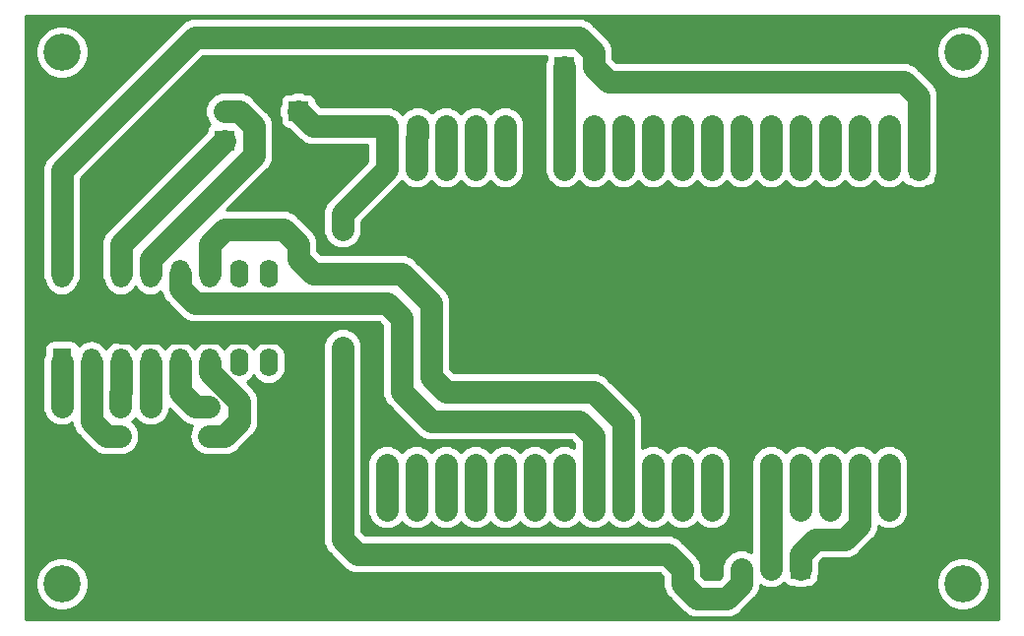
<source format=gbr>
G04 #@! TF.GenerationSoftware,KiCad,Pcbnew,(5.1.4)-1*
G04 #@! TF.CreationDate,2020-07-10T19:03:40+02:00*
G04 #@! TF.ProjectId,receiver,72656365-6976-4657-922e-6b696361645f,rev?*
G04 #@! TF.SameCoordinates,Original*
G04 #@! TF.FileFunction,Copper,L2,Bot*
G04 #@! TF.FilePolarity,Positive*
%FSLAX46Y46*%
G04 Gerber Fmt 4.6, Leading zero omitted, Abs format (unit mm)*
G04 Created by KiCad (PCBNEW (5.1.4)-1) date 2020-07-10 19:03:40*
%MOMM*%
%LPD*%
G04 APERTURE LIST*
%ADD10O,1.600000X1.600000*%
%ADD11R,1.600000X1.600000*%
%ADD12O,1.700000X1.700000*%
%ADD13R,1.700000X1.700000*%
%ADD14O,1.600000X2.400000*%
%ADD15R,1.600000X2.400000*%
%ADD16C,1.600000*%
%ADD17C,3.200000*%
%ADD18C,1.950000*%
%ADD19C,0.254000*%
G04 APERTURE END LIST*
D10*
X100330000Y-90080000D03*
X100330000Y-64680000D03*
X146050000Y-90080000D03*
X102870000Y-64680000D03*
X143510000Y-90080000D03*
X105410000Y-64680000D03*
X140970000Y-90080000D03*
X107950000Y-64680000D03*
X138430000Y-90080000D03*
X110490000Y-64680000D03*
X135890000Y-90080000D03*
X113030000Y-64680000D03*
X133350000Y-90080000D03*
X115570000Y-64680000D03*
X130810000Y-90080000D03*
X118110000Y-64680000D03*
X128270000Y-90080000D03*
X120650000Y-64680000D03*
X125730000Y-90080000D03*
X123190000Y-64680000D03*
X123190000Y-90080000D03*
X125730000Y-64680000D03*
X120650000Y-90080000D03*
X128270000Y-64680000D03*
X118110000Y-90080000D03*
X130810000Y-64680000D03*
X115570000Y-90080000D03*
X133350000Y-64680000D03*
X113030000Y-90080000D03*
X135890000Y-64680000D03*
X110490000Y-90080000D03*
X138430000Y-64680000D03*
X107950000Y-90080000D03*
X140970000Y-64680000D03*
X105410000Y-90080000D03*
X143510000Y-64680000D03*
X102870000Y-90080000D03*
D11*
X146050000Y-64680000D03*
D12*
X113030000Y-55880000D03*
D13*
X115570000Y-55880000D03*
D14*
X72390000Y-73660000D03*
X90170000Y-81280000D03*
X74930000Y-73660000D03*
X87630000Y-81280000D03*
X77470000Y-73660000D03*
X85090000Y-81280000D03*
X80010000Y-73660000D03*
X82550000Y-81280000D03*
X82550000Y-73660000D03*
X80010000Y-81280000D03*
X85090000Y-73660000D03*
X77470000Y-81280000D03*
X87630000Y-73660000D03*
X74930000Y-81280000D03*
X90170000Y-73660000D03*
D15*
X72390000Y-81280000D03*
D12*
X128270000Y-99060000D03*
X130810000Y-99060000D03*
X133350000Y-99060000D03*
D13*
X135890000Y-99060000D03*
D12*
X92710000Y-57150000D03*
D13*
X92710000Y-59690000D03*
D12*
X100330000Y-60960000D03*
X102870000Y-60960000D03*
X105410000Y-60960000D03*
X107950000Y-60960000D03*
X110490000Y-60960000D03*
X113030000Y-60960000D03*
X115570000Y-60960000D03*
X118110000Y-60960000D03*
X120650000Y-60960000D03*
X123190000Y-60960000D03*
X125730000Y-60960000D03*
X128270000Y-60960000D03*
X130810000Y-60960000D03*
X133350000Y-60960000D03*
X135890000Y-60960000D03*
X138430000Y-60960000D03*
X140970000Y-60960000D03*
X143510000Y-60960000D03*
D13*
X146050000Y-60960000D03*
D12*
X86360000Y-57150000D03*
X86360000Y-59690000D03*
D13*
X86360000Y-62230000D03*
D16*
X77390000Y-85090000D03*
X72390000Y-85090000D03*
X77390000Y-67310000D03*
X72390000Y-67310000D03*
X80010000Y-87630000D03*
X85010000Y-87630000D03*
X72390000Y-87630000D03*
X77390000Y-87630000D03*
X85010000Y-85090000D03*
X80010000Y-85090000D03*
D12*
X100330000Y-93980000D03*
X102870000Y-93980000D03*
X105410000Y-93980000D03*
X107950000Y-93980000D03*
X110490000Y-93980000D03*
X113030000Y-93980000D03*
X115570000Y-93980000D03*
X118110000Y-93980000D03*
X120650000Y-93980000D03*
X123190000Y-93980000D03*
X125730000Y-93980000D03*
X128270000Y-93980000D03*
X130810000Y-93980000D03*
X133350000Y-93980000D03*
X135890000Y-93980000D03*
X138430000Y-93980000D03*
X140970000Y-93980000D03*
X143510000Y-93980000D03*
D13*
X146050000Y-93980000D03*
D17*
X149860000Y-100330000D03*
X149860000Y-54610000D03*
X72390000Y-100330000D03*
X72390000Y-54610000D03*
D16*
X96520000Y-80010000D03*
X96520000Y-69850000D03*
D18*
X72390000Y-88900000D02*
X72390000Y-87630000D01*
X78740000Y-90170000D02*
X73660000Y-90170000D01*
X73660000Y-90170000D02*
X72390000Y-88900000D01*
X78740000Y-90170000D02*
X80010000Y-88900000D01*
X80010000Y-88900000D02*
X80010000Y-87630000D01*
X74930000Y-76200000D02*
X74930000Y-73660000D01*
X74930000Y-69770000D02*
X77390000Y-67310000D01*
X74930000Y-73660000D02*
X74930000Y-69770000D01*
X74930000Y-76200000D02*
X77470000Y-78740000D01*
X77470000Y-78740000D02*
X92710000Y-78740000D01*
X92710000Y-78740000D02*
X93980000Y-80010000D01*
X80010000Y-88900000D02*
X81280000Y-90170000D01*
X81280000Y-90170000D02*
X92710000Y-90170000D01*
X92710000Y-90170000D02*
X93980000Y-88900000D01*
X93980000Y-88900000D02*
X93980000Y-80010000D01*
X130810000Y-87630000D02*
X132080000Y-86360000D01*
X132080000Y-86360000D02*
X144780000Y-86360000D01*
X144780000Y-86360000D02*
X146050000Y-87630000D01*
X146050000Y-87630000D02*
X146050000Y-90080000D01*
X130810000Y-93980000D02*
X130810000Y-95250000D01*
X130810000Y-95250000D02*
X128270000Y-97790000D01*
X128270000Y-97790000D02*
X128270000Y-99060000D01*
X77390000Y-63580000D02*
X77390000Y-67310000D01*
X86360000Y-57150000D02*
X83820000Y-57150000D01*
X83820000Y-57150000D02*
X77390000Y-63580000D01*
X113030000Y-64680000D02*
X113030000Y-60960000D01*
X130810000Y-90080000D02*
X130810000Y-87630000D01*
X130810000Y-87630000D02*
X130810000Y-86360000D01*
X113030000Y-68580000D02*
X113030000Y-64680000D01*
X130810000Y-86360000D02*
X113030000Y-68580000D01*
X146050000Y-90080000D02*
X146050000Y-93980000D01*
X130810000Y-90080000D02*
X130810000Y-93980000D01*
X113030000Y-55880000D02*
X113030000Y-60960000D01*
X93980000Y-55880000D02*
X92710000Y-57150000D01*
X113030000Y-55880000D02*
X93980000Y-55880000D01*
X86360000Y-57150000D02*
X92710000Y-57150000D01*
X100330000Y-60960000D02*
X100330000Y-64680000D01*
X100330000Y-64680000D02*
X96520000Y-68490000D01*
X96520000Y-68490000D02*
X96520000Y-69850000D01*
X96520000Y-80010000D02*
X96520000Y-80010000D01*
X96520000Y-69850000D02*
X96520000Y-69850000D01*
X129540000Y-101600000D02*
X130810000Y-100330000D01*
X127000000Y-101600000D02*
X129540000Y-101600000D01*
X96520000Y-96520000D02*
X97790000Y-97790000D01*
X96520000Y-80010000D02*
X96520000Y-96520000D01*
X97790000Y-97790000D02*
X124460000Y-97790000D01*
X130810000Y-100330000D02*
X130810000Y-99060000D01*
X124460000Y-97790000D02*
X125730000Y-99060000D01*
X125730000Y-99060000D02*
X125730000Y-100330000D01*
X125730000Y-100330000D02*
X127000000Y-101600000D01*
X100330000Y-60960000D02*
X93980000Y-60960000D01*
X93980000Y-60960000D02*
X92710000Y-59690000D01*
X72390000Y-73660000D02*
X72390000Y-67310000D01*
X146050000Y-60960000D02*
X146050000Y-64680000D01*
X146050000Y-58420000D02*
X146050000Y-60960000D01*
X144780000Y-57150000D02*
X146050000Y-58420000D01*
X119380000Y-57150000D02*
X144780000Y-57150000D01*
X72390000Y-64770000D02*
X83820000Y-53340000D01*
X72390000Y-67310000D02*
X72390000Y-64770000D01*
X83820000Y-53340000D02*
X116845002Y-53340000D01*
X116845002Y-53340000D02*
X118110000Y-54604998D01*
X118110000Y-54604998D02*
X118110000Y-55880000D01*
X118110000Y-55880000D02*
X119380000Y-57150000D01*
X133350000Y-93980000D02*
X133350000Y-99060000D01*
X133350000Y-90080000D02*
X133350000Y-93980000D01*
X140970000Y-90080000D02*
X140970000Y-93980000D01*
X140970000Y-93980000D02*
X140970000Y-95250000D01*
X140970000Y-95250000D02*
X139700000Y-96520000D01*
X139700000Y-96520000D02*
X137160000Y-96520000D01*
X137160000Y-96520000D02*
X135890000Y-97790000D01*
X135890000Y-97790000D02*
X135890000Y-99060000D01*
X102995009Y-61850563D02*
X102995009Y-60960000D01*
X102870000Y-64680000D02*
X102870000Y-61975572D01*
X102870000Y-61975572D02*
X102995009Y-61850563D01*
X105410000Y-60960000D02*
X105410000Y-64680000D01*
X107950000Y-60960000D02*
X107950000Y-64680000D01*
X110490000Y-60960000D02*
X110490000Y-64680000D01*
X115570000Y-60960000D02*
X115570000Y-64680000D01*
X115570000Y-55880000D02*
X115570000Y-60960000D01*
X118110000Y-60960000D02*
X118110000Y-64680000D01*
X120650000Y-60960000D02*
X120650000Y-64680000D01*
X123190000Y-60960000D02*
X123190000Y-64680000D01*
X125730000Y-60960000D02*
X125730000Y-64680000D01*
X128270000Y-60960000D02*
X128270000Y-64680000D01*
X130810000Y-60960000D02*
X130810000Y-64680000D01*
X140970000Y-60960000D02*
X140970000Y-64680000D01*
X135890000Y-60960000D02*
X135890000Y-64680000D01*
X138430000Y-60960000D02*
X138430000Y-64680000D01*
X143510000Y-60960000D02*
X143510000Y-64680000D01*
X100330000Y-90080000D02*
X100330000Y-93980000D01*
X102870000Y-90080000D02*
X102870000Y-93980000D01*
X105410000Y-90080000D02*
X105410000Y-93980000D01*
X107950000Y-90080000D02*
X107950000Y-93980000D01*
X110490000Y-90080000D02*
X110490000Y-93980000D01*
X113030000Y-90080000D02*
X113030000Y-93980000D01*
X115570000Y-90080000D02*
X115570000Y-93980000D01*
X82550000Y-73660000D02*
X82550000Y-74930000D01*
X82550000Y-74930000D02*
X83820000Y-76200000D01*
X83820000Y-76200000D02*
X100330000Y-76200000D01*
X100330000Y-76200000D02*
X101600000Y-77470000D01*
X116840000Y-86360000D02*
X118110000Y-87630000D01*
X118110000Y-87630000D02*
X118110000Y-90080000D01*
X101600000Y-77470000D02*
X101600000Y-83820000D01*
X101600000Y-83820000D02*
X104140000Y-86360000D01*
X104140000Y-86360000D02*
X116840000Y-86360000D01*
X118110000Y-90080000D02*
X118110000Y-93980000D01*
X85090000Y-73660000D02*
X85090000Y-71120000D01*
X85090000Y-71120000D02*
X86360000Y-69850000D01*
X104140000Y-82550000D02*
X105410000Y-83820000D01*
X86360000Y-69850000D02*
X91440000Y-69850000D01*
X91440000Y-69850000D02*
X92710000Y-71120000D01*
X92710000Y-71120000D02*
X92710000Y-72390000D01*
X92710000Y-72390000D02*
X93980000Y-73660000D01*
X93980000Y-73660000D02*
X101600000Y-73660000D01*
X101600000Y-73660000D02*
X104140000Y-76200000D01*
X104140000Y-76200000D02*
X104140000Y-82550000D01*
X105410000Y-83820000D02*
X118110000Y-83820000D01*
X118110000Y-83820000D02*
X120650000Y-86360000D01*
X120650000Y-86360000D02*
X120650000Y-90080000D01*
X120650000Y-90080000D02*
X120650000Y-93980000D01*
X123190000Y-90080000D02*
X123190000Y-93980000D01*
X125730000Y-90080000D02*
X125730000Y-93980000D01*
X128270000Y-90080000D02*
X128270000Y-93980000D01*
X135890000Y-90080000D02*
X135890000Y-93980000D01*
X138430000Y-90080000D02*
X138430000Y-93980000D01*
X143510000Y-90080000D02*
X143510000Y-93980000D01*
X82550000Y-81280000D02*
X82550000Y-83820000D01*
X82550000Y-83820000D02*
X83820000Y-85090000D01*
X83820000Y-85090000D02*
X85010000Y-85090000D01*
X80010000Y-81280000D02*
X80010000Y-85090000D01*
X74930000Y-86360000D02*
X76200000Y-87630000D01*
X76200000Y-87630000D02*
X77390000Y-87630000D01*
X74930000Y-86360000D02*
X74930000Y-81280000D01*
X85010000Y-87630000D02*
X86360000Y-87630000D01*
X86360000Y-87630000D02*
X87630000Y-86360000D01*
X85090000Y-81280000D02*
X85090000Y-82129428D01*
X85090000Y-82129428D02*
X87630000Y-84669428D01*
X87630000Y-84669428D02*
X87630000Y-86360000D01*
X77470000Y-81280000D02*
X77470000Y-83820000D01*
X77390000Y-83900000D02*
X77390000Y-85090000D01*
X77470000Y-83820000D02*
X77390000Y-83900000D01*
X72390000Y-81280000D02*
X72390000Y-85090000D01*
X80010000Y-73660000D02*
X80010000Y-72390000D01*
X86360000Y-59690000D02*
X87630000Y-59690000D01*
X87630000Y-59690000D02*
X88900000Y-60960000D01*
X88900000Y-60960000D02*
X88900000Y-63500000D01*
X88900000Y-63500000D02*
X80010000Y-72390000D01*
X77470000Y-71120000D02*
X77470000Y-73660000D01*
X86360000Y-62230000D02*
X77470000Y-71120000D01*
X133350000Y-60960000D02*
X133350000Y-64680000D01*
D19*
G36*
X152943000Y-103413000D02*
G01*
X69307000Y-103413000D01*
X69307000Y-100105735D01*
X70113000Y-100105735D01*
X70113000Y-100554265D01*
X70200504Y-100994176D01*
X70372149Y-101408564D01*
X70621339Y-101781503D01*
X70938497Y-102098661D01*
X71311436Y-102347851D01*
X71725824Y-102519496D01*
X72165735Y-102607000D01*
X72614265Y-102607000D01*
X73054176Y-102519496D01*
X73468564Y-102347851D01*
X73841503Y-102098661D01*
X74158661Y-101781503D01*
X74407851Y-101408564D01*
X74579496Y-100994176D01*
X74667000Y-100554265D01*
X74667000Y-100105735D01*
X74579496Y-99665824D01*
X74407851Y-99251436D01*
X74158661Y-98878497D01*
X73841503Y-98561339D01*
X73468564Y-98312149D01*
X73054176Y-98140504D01*
X72614265Y-98053000D01*
X72165735Y-98053000D01*
X71725824Y-98140504D01*
X71311436Y-98312149D01*
X70938497Y-98561339D01*
X70621339Y-98878497D01*
X70372149Y-99251436D01*
X70200504Y-99665824D01*
X70113000Y-100105735D01*
X69307000Y-100105735D01*
X69307000Y-81198846D01*
X70738000Y-81198846D01*
X70738001Y-85171155D01*
X70761904Y-85413849D01*
X70856367Y-85725252D01*
X71009767Y-86012243D01*
X71216209Y-86263792D01*
X71467758Y-86470234D01*
X71754749Y-86623634D01*
X72066152Y-86718097D01*
X72390000Y-86749993D01*
X72713849Y-86718097D01*
X73025252Y-86623634D01*
X73282433Y-86486168D01*
X73301903Y-86683848D01*
X73396366Y-86995251D01*
X73549766Y-87282242D01*
X73756208Y-87533792D01*
X73819245Y-87585525D01*
X74974477Y-88740758D01*
X75026208Y-88803792D01*
X75089242Y-88855523D01*
X75089244Y-88855525D01*
X75190838Y-88938901D01*
X75277757Y-89010234D01*
X75564748Y-89163634D01*
X75876151Y-89258097D01*
X76118845Y-89282000D01*
X76118854Y-89282000D01*
X76199999Y-89289992D01*
X76281144Y-89282000D01*
X77471155Y-89282000D01*
X77713849Y-89258097D01*
X78025252Y-89163634D01*
X78312243Y-89010234D01*
X78563792Y-88803792D01*
X78770234Y-88552243D01*
X78923634Y-88265252D01*
X79018097Y-87953849D01*
X79049993Y-87630000D01*
X79018097Y-87306151D01*
X78923634Y-86994748D01*
X78770234Y-86707757D01*
X78563792Y-86456208D01*
X78446563Y-86360000D01*
X78563792Y-86263792D01*
X78700001Y-86097822D01*
X78836209Y-86263792D01*
X79087758Y-86470234D01*
X79374749Y-86623634D01*
X79686152Y-86718097D01*
X80010000Y-86749993D01*
X80333849Y-86718097D01*
X80645252Y-86623634D01*
X80932243Y-86470234D01*
X81183792Y-86263792D01*
X81390234Y-86012243D01*
X81543634Y-85725252D01*
X81638097Y-85413849D01*
X81653292Y-85259572D01*
X82594477Y-86200758D01*
X82646208Y-86263792D01*
X82709242Y-86315523D01*
X82709244Y-86315525D01*
X82763436Y-86359999D01*
X82897757Y-86470234D01*
X83184748Y-86623634D01*
X83496151Y-86718097D01*
X83617833Y-86730082D01*
X83476366Y-86994748D01*
X83381903Y-87306151D01*
X83350007Y-87630000D01*
X83381903Y-87953849D01*
X83476366Y-88265252D01*
X83629766Y-88552243D01*
X83836208Y-88803792D01*
X84087757Y-89010234D01*
X84374748Y-89163634D01*
X84686151Y-89258097D01*
X84928845Y-89282000D01*
X86278853Y-89282000D01*
X86360000Y-89289992D01*
X86441147Y-89282000D01*
X86441155Y-89282000D01*
X86683849Y-89258097D01*
X86995252Y-89163634D01*
X87282243Y-89010234D01*
X87533792Y-88803792D01*
X87585527Y-88740753D01*
X88740758Y-87585523D01*
X88803792Y-87533792D01*
X88855526Y-87470755D01*
X89010234Y-87282243D01*
X89163633Y-86995253D01*
X89163634Y-86995252D01*
X89258097Y-86683849D01*
X89282000Y-86441155D01*
X89282000Y-86441146D01*
X89289992Y-86360001D01*
X89282000Y-86278856D01*
X89282000Y-84750572D01*
X89289992Y-84669427D01*
X89282000Y-84588282D01*
X89282000Y-84588273D01*
X89258097Y-84345579D01*
X89163634Y-84034176D01*
X89010234Y-83747185D01*
X88869870Y-83576152D01*
X88855525Y-83558672D01*
X88855523Y-83558670D01*
X88803792Y-83495636D01*
X88740759Y-83443906D01*
X88295752Y-82998900D01*
X88454547Y-82914022D01*
X88679450Y-82729450D01*
X88864022Y-82504547D01*
X88900000Y-82437237D01*
X88935978Y-82504547D01*
X89120550Y-82729450D01*
X89345454Y-82914022D01*
X89602043Y-83051172D01*
X89880458Y-83135629D01*
X90170000Y-83164146D01*
X90459543Y-83135629D01*
X90737958Y-83051172D01*
X90994547Y-82914022D01*
X91219450Y-82729450D01*
X91404022Y-82504547D01*
X91541172Y-82247958D01*
X91625629Y-81969543D01*
X91647000Y-81752555D01*
X91647000Y-80807444D01*
X91625629Y-80590457D01*
X91541172Y-80312042D01*
X91404022Y-80055453D01*
X91366720Y-80010000D01*
X94860007Y-80010000D01*
X94868000Y-80091155D01*
X94868001Y-96438843D01*
X94860008Y-96520000D01*
X94891903Y-96843848D01*
X94986367Y-97155252D01*
X95139766Y-97442242D01*
X95294475Y-97630755D01*
X95294476Y-97630756D01*
X95346209Y-97693792D01*
X95409242Y-97745522D01*
X96564477Y-98900758D01*
X96616208Y-98963792D01*
X96679242Y-99015523D01*
X96679244Y-99015525D01*
X96733436Y-99059999D01*
X96867757Y-99170234D01*
X97154748Y-99323634D01*
X97466151Y-99418097D01*
X97708845Y-99442000D01*
X97708854Y-99442000D01*
X97789999Y-99449992D01*
X97871144Y-99442000D01*
X123775720Y-99442000D01*
X124078000Y-99744281D01*
X124078000Y-100248853D01*
X124070008Y-100330000D01*
X124078000Y-100411147D01*
X124078000Y-100411155D01*
X124101903Y-100653849D01*
X124121968Y-100719993D01*
X124196367Y-100965252D01*
X124349766Y-101252242D01*
X124504475Y-101440755D01*
X124504476Y-101440756D01*
X124556209Y-101503792D01*
X124619242Y-101555522D01*
X125774477Y-102710758D01*
X125826208Y-102773792D01*
X125889242Y-102825523D01*
X125889244Y-102825525D01*
X126077757Y-102980234D01*
X126364748Y-103133634D01*
X126676151Y-103228097D01*
X126918845Y-103252000D01*
X126918854Y-103252000D01*
X126999999Y-103259992D01*
X127081144Y-103252000D01*
X129458853Y-103252000D01*
X129540000Y-103259992D01*
X129621147Y-103252000D01*
X129621155Y-103252000D01*
X129863849Y-103228097D01*
X130175252Y-103133634D01*
X130462243Y-102980234D01*
X130713792Y-102773792D01*
X130765527Y-102710753D01*
X131920759Y-101555522D01*
X131983792Y-101503792D01*
X132035526Y-101440755D01*
X132190234Y-101252243D01*
X132190235Y-101252242D01*
X132343634Y-100965252D01*
X132438097Y-100653849D01*
X132457567Y-100456167D01*
X132714749Y-100593634D01*
X133026152Y-100688097D01*
X133350000Y-100719993D01*
X133673849Y-100688097D01*
X133985252Y-100593634D01*
X134272243Y-100440234D01*
X134469323Y-100278494D01*
X134474372Y-100287941D01*
X134558973Y-100391027D01*
X134662059Y-100475628D01*
X134779670Y-100538492D01*
X134907285Y-100577204D01*
X135040000Y-100590275D01*
X135248465Y-100590275D01*
X135254749Y-100593634D01*
X135566152Y-100688097D01*
X135890000Y-100719993D01*
X136213849Y-100688097D01*
X136525252Y-100593634D01*
X136531536Y-100590275D01*
X136740000Y-100590275D01*
X136872715Y-100577204D01*
X137000330Y-100538492D01*
X137117941Y-100475628D01*
X137221027Y-100391027D01*
X137305628Y-100287941D01*
X137368492Y-100170330D01*
X137388086Y-100105735D01*
X147583000Y-100105735D01*
X147583000Y-100554265D01*
X147670504Y-100994176D01*
X147842149Y-101408564D01*
X148091339Y-101781503D01*
X148408497Y-102098661D01*
X148781436Y-102347851D01*
X149195824Y-102519496D01*
X149635735Y-102607000D01*
X150084265Y-102607000D01*
X150524176Y-102519496D01*
X150938564Y-102347851D01*
X151311503Y-102098661D01*
X151628661Y-101781503D01*
X151877851Y-101408564D01*
X152049496Y-100994176D01*
X152137000Y-100554265D01*
X152137000Y-100105735D01*
X152049496Y-99665824D01*
X151877851Y-99251436D01*
X151628661Y-98878497D01*
X151311503Y-98561339D01*
X150938564Y-98312149D01*
X150524176Y-98140504D01*
X150084265Y-98053000D01*
X149635735Y-98053000D01*
X149195824Y-98140504D01*
X148781436Y-98312149D01*
X148408497Y-98561339D01*
X148091339Y-98878497D01*
X147842149Y-99251436D01*
X147670504Y-99665824D01*
X147583000Y-100105735D01*
X137388086Y-100105735D01*
X137407204Y-100042715D01*
X137420275Y-99910000D01*
X137420275Y-99701536D01*
X137423634Y-99695252D01*
X137518097Y-99383849D01*
X137542000Y-99141155D01*
X137542000Y-98474280D01*
X137844281Y-98172000D01*
X139618853Y-98172000D01*
X139700000Y-98179992D01*
X139781147Y-98172000D01*
X139781155Y-98172000D01*
X140023849Y-98148097D01*
X140335252Y-98053634D01*
X140622243Y-97900234D01*
X140873792Y-97693792D01*
X140925527Y-97630753D01*
X142080758Y-96475523D01*
X142143792Y-96423792D01*
X142350234Y-96172243D01*
X142503634Y-95885252D01*
X142598097Y-95573849D01*
X142617567Y-95376167D01*
X142874749Y-95513634D01*
X143186152Y-95608097D01*
X143510000Y-95639993D01*
X143833849Y-95608097D01*
X144145252Y-95513634D01*
X144432243Y-95360234D01*
X144683792Y-95153792D01*
X144890234Y-94902243D01*
X145043634Y-94615252D01*
X145138097Y-94303849D01*
X145162000Y-94061155D01*
X145162000Y-89998845D01*
X145138097Y-89756151D01*
X145043634Y-89444748D01*
X144890234Y-89157757D01*
X144683792Y-88906208D01*
X144432242Y-88699766D01*
X144145251Y-88546366D01*
X143833848Y-88451903D01*
X143510000Y-88420007D01*
X143186151Y-88451903D01*
X142874748Y-88546366D01*
X142587757Y-88699766D01*
X142336208Y-88906208D01*
X142240000Y-89023437D01*
X142143792Y-88906208D01*
X141892242Y-88699766D01*
X141605251Y-88546366D01*
X141293848Y-88451903D01*
X140970000Y-88420007D01*
X140646151Y-88451903D01*
X140334748Y-88546366D01*
X140047757Y-88699766D01*
X139796208Y-88906208D01*
X139700000Y-89023437D01*
X139603792Y-88906208D01*
X139352242Y-88699766D01*
X139065251Y-88546366D01*
X138753848Y-88451903D01*
X138430000Y-88420007D01*
X138106151Y-88451903D01*
X137794748Y-88546366D01*
X137507757Y-88699766D01*
X137256208Y-88906208D01*
X137160000Y-89023437D01*
X137063792Y-88906208D01*
X136812242Y-88699766D01*
X136525251Y-88546366D01*
X136213848Y-88451903D01*
X135890000Y-88420007D01*
X135566151Y-88451903D01*
X135254748Y-88546366D01*
X134967757Y-88699766D01*
X134716208Y-88906208D01*
X134620000Y-89023437D01*
X134523792Y-88906208D01*
X134272242Y-88699766D01*
X133985251Y-88546366D01*
X133673848Y-88451903D01*
X133350000Y-88420007D01*
X133026151Y-88451903D01*
X132714748Y-88546366D01*
X132427757Y-88699766D01*
X132176208Y-88906208D01*
X131969766Y-89157758D01*
X131816366Y-89444749D01*
X131721903Y-89756152D01*
X131698000Y-89998846D01*
X131698001Y-93898836D01*
X131698000Y-93898846D01*
X131698001Y-97661463D01*
X131445252Y-97526366D01*
X131133849Y-97431903D01*
X130810000Y-97400007D01*
X130486152Y-97431903D01*
X130174749Y-97526366D01*
X129887758Y-97679766D01*
X129636209Y-97886208D01*
X129429767Y-98137757D01*
X129276367Y-98424748D01*
X129181903Y-98736151D01*
X129158000Y-98978845D01*
X129158000Y-99645719D01*
X128855720Y-99948000D01*
X127684281Y-99948000D01*
X127382000Y-99645720D01*
X127382000Y-99141144D01*
X127389992Y-99059999D01*
X127382000Y-98978854D01*
X127382000Y-98978845D01*
X127358097Y-98736151D01*
X127263634Y-98424748D01*
X127110234Y-98137757D01*
X127041195Y-98053633D01*
X126955525Y-97949244D01*
X126955523Y-97949242D01*
X126903792Y-97886208D01*
X126840759Y-97834478D01*
X125685525Y-96679245D01*
X125633792Y-96616208D01*
X125382243Y-96409766D01*
X125095252Y-96256366D01*
X124783849Y-96161903D01*
X124541155Y-96138000D01*
X124541147Y-96138000D01*
X124460000Y-96130008D01*
X124378853Y-96138000D01*
X98474281Y-96138000D01*
X98172000Y-95835720D01*
X98172000Y-80091155D01*
X98179993Y-80010000D01*
X98148097Y-79686151D01*
X98053634Y-79374748D01*
X97900234Y-79087757D01*
X97693792Y-78836208D01*
X97442243Y-78629766D01*
X97155252Y-78476366D01*
X96843849Y-78381903D01*
X96601155Y-78358000D01*
X96520000Y-78350007D01*
X96438845Y-78358000D01*
X96196151Y-78381903D01*
X95884748Y-78476366D01*
X95597757Y-78629766D01*
X95346208Y-78836208D01*
X95139766Y-79087757D01*
X94986366Y-79374748D01*
X94891903Y-79686151D01*
X94860007Y-80010000D01*
X91366720Y-80010000D01*
X91219450Y-79830550D01*
X90994546Y-79645978D01*
X90737957Y-79508828D01*
X90459542Y-79424371D01*
X90170000Y-79395854D01*
X89880457Y-79424371D01*
X89602042Y-79508828D01*
X89345453Y-79645978D01*
X89120550Y-79830550D01*
X88935978Y-80055454D01*
X88900000Y-80122763D01*
X88864022Y-80055453D01*
X88679450Y-79830550D01*
X88454546Y-79645978D01*
X88197957Y-79508828D01*
X87919542Y-79424371D01*
X87630000Y-79395854D01*
X87340457Y-79424371D01*
X87062042Y-79508828D01*
X86805453Y-79645978D01*
X86580550Y-79830550D01*
X86395978Y-80055454D01*
X86360000Y-80122763D01*
X86324022Y-80055453D01*
X86139450Y-79830550D01*
X85914546Y-79645978D01*
X85657957Y-79508828D01*
X85379542Y-79424371D01*
X85090000Y-79395854D01*
X84800457Y-79424371D01*
X84522042Y-79508828D01*
X84265453Y-79645978D01*
X84040550Y-79830550D01*
X83855978Y-80055454D01*
X83820000Y-80122763D01*
X83784022Y-80055453D01*
X83599450Y-79830550D01*
X83374546Y-79645978D01*
X83117957Y-79508828D01*
X82839542Y-79424371D01*
X82550000Y-79395854D01*
X82260457Y-79424371D01*
X81982042Y-79508828D01*
X81725453Y-79645978D01*
X81500550Y-79830550D01*
X81315978Y-80055454D01*
X81280000Y-80122763D01*
X81244022Y-80055453D01*
X81059450Y-79830550D01*
X80834546Y-79645978D01*
X80577957Y-79508828D01*
X80299542Y-79424371D01*
X80010000Y-79395854D01*
X79720457Y-79424371D01*
X79442042Y-79508828D01*
X79185453Y-79645978D01*
X78960550Y-79830550D01*
X78775978Y-80055454D01*
X78740000Y-80122763D01*
X78704022Y-80055453D01*
X78519450Y-79830550D01*
X78294546Y-79645978D01*
X78037957Y-79508828D01*
X77759542Y-79424371D01*
X77470000Y-79395854D01*
X77180457Y-79424371D01*
X76902042Y-79508828D01*
X76645453Y-79645978D01*
X76420550Y-79830550D01*
X76235978Y-80055454D01*
X76200000Y-80122763D01*
X76164022Y-80055453D01*
X75979450Y-79830550D01*
X75754546Y-79645978D01*
X75497957Y-79508828D01*
X75219542Y-79424371D01*
X74930000Y-79395854D01*
X74640457Y-79424371D01*
X74362042Y-79508828D01*
X74105453Y-79645978D01*
X73880550Y-79830550D01*
X73837650Y-79882824D01*
X73818492Y-79819670D01*
X73755628Y-79702059D01*
X73671027Y-79598973D01*
X73567941Y-79514372D01*
X73450330Y-79451508D01*
X73322715Y-79412796D01*
X73190000Y-79399725D01*
X71590000Y-79399725D01*
X71457285Y-79412796D01*
X71329670Y-79451508D01*
X71212059Y-79514372D01*
X71108973Y-79598973D01*
X71024372Y-79702059D01*
X70961508Y-79819670D01*
X70922796Y-79947285D01*
X70909725Y-80080000D01*
X70909725Y-80544921D01*
X70856366Y-80644749D01*
X70761903Y-80956152D01*
X70738000Y-81198846D01*
X69307000Y-81198846D01*
X69307000Y-64770000D01*
X70730008Y-64770000D01*
X70738001Y-64851157D01*
X70738000Y-67391154D01*
X70738001Y-67391164D01*
X70738000Y-73741154D01*
X70761903Y-73983848D01*
X70856366Y-74295251D01*
X70998653Y-74561452D01*
X71018828Y-74627958D01*
X71155978Y-74884547D01*
X71340550Y-75109450D01*
X71565454Y-75294022D01*
X71822043Y-75431172D01*
X72100458Y-75515629D01*
X72390000Y-75544146D01*
X72679543Y-75515629D01*
X72957958Y-75431172D01*
X73214547Y-75294022D01*
X73439450Y-75109450D01*
X73624022Y-74884547D01*
X73761172Y-74627958D01*
X73781346Y-74561454D01*
X73923634Y-74295252D01*
X74018097Y-73983849D01*
X74042000Y-73741155D01*
X74042000Y-71120000D01*
X75810008Y-71120000D01*
X75818000Y-71201148D01*
X75818001Y-73741155D01*
X75841904Y-73983849D01*
X75936367Y-74295252D01*
X76078653Y-74561450D01*
X76098828Y-74627958D01*
X76235978Y-74884547D01*
X76420550Y-75109450D01*
X76645454Y-75294022D01*
X76902043Y-75431172D01*
X77180458Y-75515629D01*
X77470000Y-75544146D01*
X77759543Y-75515629D01*
X78037958Y-75431172D01*
X78294547Y-75294022D01*
X78519450Y-75109450D01*
X78704022Y-74884547D01*
X78740000Y-74817237D01*
X78775978Y-74884547D01*
X78960550Y-75109450D01*
X79185454Y-75294022D01*
X79442043Y-75431172D01*
X79720458Y-75515629D01*
X80010000Y-75544146D01*
X80299543Y-75515629D01*
X80577958Y-75431172D01*
X80834547Y-75294022D01*
X80919031Y-75224688D01*
X80921903Y-75253849D01*
X80941968Y-75319993D01*
X81016367Y-75565252D01*
X81169766Y-75852242D01*
X81324475Y-76040755D01*
X81324478Y-76040758D01*
X81376209Y-76103792D01*
X81439242Y-76155522D01*
X82594477Y-77310758D01*
X82646208Y-77373792D01*
X82709242Y-77425523D01*
X82709244Y-77425525D01*
X82763436Y-77469999D01*
X82897757Y-77580234D01*
X83184748Y-77733634D01*
X83496151Y-77828097D01*
X83738845Y-77852000D01*
X83738854Y-77852000D01*
X83819999Y-77859992D01*
X83901144Y-77852000D01*
X99645720Y-77852000D01*
X99948000Y-78154281D01*
X99948001Y-83738843D01*
X99940008Y-83820000D01*
X99971903Y-84143848D01*
X100066367Y-84455252D01*
X100219766Y-84742242D01*
X100374475Y-84930755D01*
X100374478Y-84930758D01*
X100426209Y-84993792D01*
X100489242Y-85045522D01*
X102914475Y-87470756D01*
X102966208Y-87533792D01*
X103029242Y-87585523D01*
X103029244Y-87585525D01*
X103083436Y-87629999D01*
X103217757Y-87740234D01*
X103504748Y-87893634D01*
X103816151Y-87988097D01*
X104058845Y-88012000D01*
X104058854Y-88012000D01*
X104139999Y-88019992D01*
X104221144Y-88012000D01*
X116155720Y-88012000D01*
X116458000Y-88314281D01*
X116458000Y-88681463D01*
X116205251Y-88546366D01*
X115893848Y-88451903D01*
X115570000Y-88420007D01*
X115246151Y-88451903D01*
X114934748Y-88546366D01*
X114647757Y-88699766D01*
X114396208Y-88906208D01*
X114300000Y-89023437D01*
X114203792Y-88906208D01*
X113952242Y-88699766D01*
X113665251Y-88546366D01*
X113353848Y-88451903D01*
X113030000Y-88420007D01*
X112706151Y-88451903D01*
X112394748Y-88546366D01*
X112107757Y-88699766D01*
X111856208Y-88906208D01*
X111760000Y-89023437D01*
X111663792Y-88906208D01*
X111412242Y-88699766D01*
X111125251Y-88546366D01*
X110813848Y-88451903D01*
X110490000Y-88420007D01*
X110166151Y-88451903D01*
X109854748Y-88546366D01*
X109567757Y-88699766D01*
X109316208Y-88906208D01*
X109220000Y-89023437D01*
X109123792Y-88906208D01*
X108872242Y-88699766D01*
X108585251Y-88546366D01*
X108273848Y-88451903D01*
X107950000Y-88420007D01*
X107626151Y-88451903D01*
X107314748Y-88546366D01*
X107027757Y-88699766D01*
X106776208Y-88906208D01*
X106680000Y-89023437D01*
X106583792Y-88906208D01*
X106332242Y-88699766D01*
X106045251Y-88546366D01*
X105733848Y-88451903D01*
X105410000Y-88420007D01*
X105086151Y-88451903D01*
X104774748Y-88546366D01*
X104487757Y-88699766D01*
X104236208Y-88906208D01*
X104140000Y-89023437D01*
X104043792Y-88906208D01*
X103792242Y-88699766D01*
X103505251Y-88546366D01*
X103193848Y-88451903D01*
X102870000Y-88420007D01*
X102546151Y-88451903D01*
X102234748Y-88546366D01*
X101947757Y-88699766D01*
X101696208Y-88906208D01*
X101600000Y-89023437D01*
X101503792Y-88906208D01*
X101252242Y-88699766D01*
X100965251Y-88546366D01*
X100653848Y-88451903D01*
X100330000Y-88420007D01*
X100006151Y-88451903D01*
X99694748Y-88546366D01*
X99407757Y-88699766D01*
X99156208Y-88906208D01*
X98949766Y-89157758D01*
X98796366Y-89444749D01*
X98701903Y-89756152D01*
X98678000Y-89998846D01*
X98678001Y-94061155D01*
X98701904Y-94303849D01*
X98796367Y-94615252D01*
X98949767Y-94902243D01*
X99156209Y-95153792D01*
X99407758Y-95360234D01*
X99694749Y-95513634D01*
X100006152Y-95608097D01*
X100330000Y-95639993D01*
X100653849Y-95608097D01*
X100965252Y-95513634D01*
X101252243Y-95360234D01*
X101503792Y-95153792D01*
X101600001Y-95036562D01*
X101696209Y-95153792D01*
X101947758Y-95360234D01*
X102234749Y-95513634D01*
X102546152Y-95608097D01*
X102870000Y-95639993D01*
X103193849Y-95608097D01*
X103505252Y-95513634D01*
X103792243Y-95360234D01*
X104043792Y-95153792D01*
X104140001Y-95036562D01*
X104236209Y-95153792D01*
X104487758Y-95360234D01*
X104774749Y-95513634D01*
X105086152Y-95608097D01*
X105410000Y-95639993D01*
X105733849Y-95608097D01*
X106045252Y-95513634D01*
X106332243Y-95360234D01*
X106583792Y-95153792D01*
X106680001Y-95036562D01*
X106776209Y-95153792D01*
X107027758Y-95360234D01*
X107314749Y-95513634D01*
X107626152Y-95608097D01*
X107950000Y-95639993D01*
X108273849Y-95608097D01*
X108585252Y-95513634D01*
X108872243Y-95360234D01*
X109123792Y-95153792D01*
X109220001Y-95036562D01*
X109316209Y-95153792D01*
X109567758Y-95360234D01*
X109854749Y-95513634D01*
X110166152Y-95608097D01*
X110490000Y-95639993D01*
X110813849Y-95608097D01*
X111125252Y-95513634D01*
X111412243Y-95360234D01*
X111663792Y-95153792D01*
X111760001Y-95036562D01*
X111856209Y-95153792D01*
X112107758Y-95360234D01*
X112394749Y-95513634D01*
X112706152Y-95608097D01*
X113030000Y-95639993D01*
X113353849Y-95608097D01*
X113665252Y-95513634D01*
X113952243Y-95360234D01*
X114203792Y-95153792D01*
X114300001Y-95036562D01*
X114396209Y-95153792D01*
X114647758Y-95360234D01*
X114934749Y-95513634D01*
X115246152Y-95608097D01*
X115570000Y-95639993D01*
X115893849Y-95608097D01*
X116205252Y-95513634D01*
X116492243Y-95360234D01*
X116743792Y-95153792D01*
X116840001Y-95036562D01*
X116936209Y-95153792D01*
X117187758Y-95360234D01*
X117474749Y-95513634D01*
X117786152Y-95608097D01*
X118110000Y-95639993D01*
X118433849Y-95608097D01*
X118745252Y-95513634D01*
X119032243Y-95360234D01*
X119283792Y-95153792D01*
X119380001Y-95036562D01*
X119476209Y-95153792D01*
X119727758Y-95360234D01*
X120014749Y-95513634D01*
X120326152Y-95608097D01*
X120650000Y-95639993D01*
X120973849Y-95608097D01*
X121285252Y-95513634D01*
X121572243Y-95360234D01*
X121823792Y-95153792D01*
X121920001Y-95036562D01*
X122016209Y-95153792D01*
X122267758Y-95360234D01*
X122554749Y-95513634D01*
X122866152Y-95608097D01*
X123190000Y-95639993D01*
X123513849Y-95608097D01*
X123825252Y-95513634D01*
X124112243Y-95360234D01*
X124363792Y-95153792D01*
X124460001Y-95036562D01*
X124556209Y-95153792D01*
X124807758Y-95360234D01*
X125094749Y-95513634D01*
X125406152Y-95608097D01*
X125730000Y-95639993D01*
X126053849Y-95608097D01*
X126365252Y-95513634D01*
X126652243Y-95360234D01*
X126903792Y-95153792D01*
X127000001Y-95036562D01*
X127096209Y-95153792D01*
X127347758Y-95360234D01*
X127634749Y-95513634D01*
X127946152Y-95608097D01*
X128270000Y-95639993D01*
X128593849Y-95608097D01*
X128905252Y-95513634D01*
X129192243Y-95360234D01*
X129443792Y-95153792D01*
X129650234Y-94902243D01*
X129803634Y-94615252D01*
X129898097Y-94303849D01*
X129922000Y-94061155D01*
X129922000Y-89998845D01*
X129898097Y-89756151D01*
X129803634Y-89444748D01*
X129650234Y-89157757D01*
X129443792Y-88906208D01*
X129192242Y-88699766D01*
X128905251Y-88546366D01*
X128593848Y-88451903D01*
X128270000Y-88420007D01*
X127946151Y-88451903D01*
X127634748Y-88546366D01*
X127347757Y-88699766D01*
X127096208Y-88906208D01*
X127000000Y-89023437D01*
X126903792Y-88906208D01*
X126652242Y-88699766D01*
X126365251Y-88546366D01*
X126053848Y-88451903D01*
X125730000Y-88420007D01*
X125406151Y-88451903D01*
X125094748Y-88546366D01*
X124807757Y-88699766D01*
X124556208Y-88906208D01*
X124460000Y-89023437D01*
X124363792Y-88906208D01*
X124112242Y-88699766D01*
X123825251Y-88546366D01*
X123513848Y-88451903D01*
X123190000Y-88420007D01*
X122866151Y-88451903D01*
X122554748Y-88546366D01*
X122302000Y-88681463D01*
X122302000Y-86441144D01*
X122309992Y-86359999D01*
X122302000Y-86278854D01*
X122302000Y-86278845D01*
X122278097Y-86036151D01*
X122183634Y-85724748D01*
X122030234Y-85437757D01*
X121823792Y-85186208D01*
X121760759Y-85134478D01*
X119335527Y-82709247D01*
X119283792Y-82646208D01*
X119032243Y-82439766D01*
X118745252Y-82286366D01*
X118433849Y-82191903D01*
X118191155Y-82168000D01*
X118191147Y-82168000D01*
X118110000Y-82160008D01*
X118028853Y-82168000D01*
X106094281Y-82168000D01*
X105792000Y-81865720D01*
X105792000Y-76281144D01*
X105799992Y-76199999D01*
X105792000Y-76118854D01*
X105792000Y-76118845D01*
X105768097Y-75876151D01*
X105673634Y-75564748D01*
X105520234Y-75277757D01*
X105411544Y-75145318D01*
X105365525Y-75089244D01*
X105365523Y-75089242D01*
X105313792Y-75026208D01*
X105250759Y-74974478D01*
X102825527Y-72549247D01*
X102773792Y-72486208D01*
X102522243Y-72279766D01*
X102235252Y-72126366D01*
X101923849Y-72031903D01*
X101681155Y-72008000D01*
X101681147Y-72008000D01*
X101600000Y-72000008D01*
X101518853Y-72008000D01*
X94664281Y-72008000D01*
X94362000Y-71705720D01*
X94362000Y-71201144D01*
X94369992Y-71119999D01*
X94362000Y-71038854D01*
X94362000Y-71038845D01*
X94338097Y-70796151D01*
X94243634Y-70484748D01*
X94090234Y-70197757D01*
X94051034Y-70149992D01*
X93935525Y-70009244D01*
X93935523Y-70009242D01*
X93883792Y-69946208D01*
X93820759Y-69894478D01*
X92665527Y-68739247D01*
X92613792Y-68676208D01*
X92362243Y-68469766D01*
X92075252Y-68316366D01*
X91763849Y-68221903D01*
X91521155Y-68198000D01*
X91521147Y-68198000D01*
X91440000Y-68190008D01*
X91358853Y-68198000D01*
X86538280Y-68198000D01*
X90010753Y-64725527D01*
X90073792Y-64673792D01*
X90280234Y-64422243D01*
X90433634Y-64135252D01*
X90528097Y-63823849D01*
X90552000Y-63581155D01*
X90552000Y-63581148D01*
X90559992Y-63500000D01*
X90552000Y-63418853D01*
X90552000Y-61041144D01*
X90559992Y-60959999D01*
X90552000Y-60878854D01*
X90552000Y-60878845D01*
X90528097Y-60636151D01*
X90433634Y-60324748D01*
X90280234Y-60037757D01*
X90146682Y-59875024D01*
X90125525Y-59849244D01*
X90125523Y-59849242D01*
X90073792Y-59786208D01*
X90010759Y-59734478D01*
X89966281Y-59690000D01*
X91050008Y-59690000D01*
X91081903Y-60013848D01*
X91176367Y-60325252D01*
X91179725Y-60331534D01*
X91179725Y-60540000D01*
X91192796Y-60672715D01*
X91231508Y-60800330D01*
X91294372Y-60917941D01*
X91378973Y-61021027D01*
X91482059Y-61105628D01*
X91599670Y-61168492D01*
X91727285Y-61207204D01*
X91860000Y-61220275D01*
X91903995Y-61220275D01*
X92754477Y-62070758D01*
X92806208Y-62133792D01*
X92869242Y-62185523D01*
X92869244Y-62185525D01*
X92977630Y-62274475D01*
X93057757Y-62340234D01*
X93344748Y-62493634D01*
X93656151Y-62588097D01*
X93898845Y-62612000D01*
X93898854Y-62612000D01*
X93979999Y-62619992D01*
X94061144Y-62612000D01*
X98678000Y-62612000D01*
X98678001Y-63995719D01*
X95409247Y-67264473D01*
X95346208Y-67316208D01*
X95139766Y-67567758D01*
X94986366Y-67854749D01*
X94891903Y-68166152D01*
X94868000Y-68408846D01*
X94868000Y-68408853D01*
X94860008Y-68490000D01*
X94868000Y-68571147D01*
X94868000Y-69768845D01*
X94860007Y-69850000D01*
X94891903Y-70173849D01*
X94986366Y-70485252D01*
X95139766Y-70772243D01*
X95346208Y-71023792D01*
X95597757Y-71230234D01*
X95884748Y-71383634D01*
X96196151Y-71478097D01*
X96438845Y-71502000D01*
X96520000Y-71509993D01*
X96601155Y-71502000D01*
X96843849Y-71478097D01*
X97155252Y-71383634D01*
X97442243Y-71230234D01*
X97693792Y-71023792D01*
X97900234Y-70772243D01*
X98053634Y-70485252D01*
X98148097Y-70173849D01*
X98179993Y-69850000D01*
X98172000Y-69768845D01*
X98172000Y-69174280D01*
X101440753Y-65905527D01*
X101503792Y-65853792D01*
X101600000Y-65736563D01*
X101696208Y-65853792D01*
X101947757Y-66060234D01*
X102234748Y-66213634D01*
X102546151Y-66308097D01*
X102870000Y-66339993D01*
X103193848Y-66308097D01*
X103505251Y-66213634D01*
X103792242Y-66060234D01*
X104043792Y-65853792D01*
X104140001Y-65736562D01*
X104236209Y-65853792D01*
X104487758Y-66060234D01*
X104774749Y-66213634D01*
X105086152Y-66308097D01*
X105410000Y-66339993D01*
X105733849Y-66308097D01*
X106045252Y-66213634D01*
X106332243Y-66060234D01*
X106583792Y-65853792D01*
X106680001Y-65736562D01*
X106776209Y-65853792D01*
X107027758Y-66060234D01*
X107314749Y-66213634D01*
X107626152Y-66308097D01*
X107950000Y-66339993D01*
X108273849Y-66308097D01*
X108585252Y-66213634D01*
X108872243Y-66060234D01*
X109123792Y-65853792D01*
X109220001Y-65736562D01*
X109316209Y-65853792D01*
X109567758Y-66060234D01*
X109854749Y-66213634D01*
X110166152Y-66308097D01*
X110490000Y-66339993D01*
X110813849Y-66308097D01*
X111125252Y-66213634D01*
X111412243Y-66060234D01*
X111663792Y-65853792D01*
X111870234Y-65602243D01*
X112023634Y-65315252D01*
X112118097Y-65003849D01*
X112142000Y-64761155D01*
X112142000Y-60878845D01*
X112118097Y-60636151D01*
X112023634Y-60324748D01*
X111870234Y-60037757D01*
X111663792Y-59786208D01*
X111412242Y-59579766D01*
X111125251Y-59426366D01*
X110813848Y-59331903D01*
X110490000Y-59300007D01*
X110166151Y-59331903D01*
X109854748Y-59426366D01*
X109567757Y-59579766D01*
X109316208Y-59786208D01*
X109220000Y-59903437D01*
X109123792Y-59786208D01*
X108872242Y-59579766D01*
X108585251Y-59426366D01*
X108273848Y-59331903D01*
X107950000Y-59300007D01*
X107626151Y-59331903D01*
X107314748Y-59426366D01*
X107027757Y-59579766D01*
X106776208Y-59786208D01*
X106680000Y-59903437D01*
X106583792Y-59786208D01*
X106332242Y-59579766D01*
X106045251Y-59426366D01*
X105733848Y-59331903D01*
X105410000Y-59300007D01*
X105086151Y-59331903D01*
X104774748Y-59426366D01*
X104487757Y-59579766D01*
X104236208Y-59786208D01*
X104202505Y-59827276D01*
X104168801Y-59786208D01*
X103917252Y-59579766D01*
X103630261Y-59426366D01*
X103318858Y-59331903D01*
X102995009Y-59300007D01*
X102671161Y-59331903D01*
X102359758Y-59426366D01*
X102072767Y-59579766D01*
X101821218Y-59786208D01*
X101662505Y-59979599D01*
X101503792Y-59786208D01*
X101252243Y-59579766D01*
X100965252Y-59426366D01*
X100653849Y-59331903D01*
X100411155Y-59308000D01*
X100330000Y-59300007D01*
X100248845Y-59308000D01*
X94664281Y-59308000D01*
X94240275Y-58883995D01*
X94240275Y-58840000D01*
X94227204Y-58707285D01*
X94188492Y-58579670D01*
X94125628Y-58462059D01*
X94041027Y-58358973D01*
X93937941Y-58274372D01*
X93820330Y-58211508D01*
X93692715Y-58172796D01*
X93560000Y-58159725D01*
X93351534Y-58159725D01*
X93345252Y-58156367D01*
X93033848Y-58061903D01*
X92710000Y-58030008D01*
X92386152Y-58061903D01*
X92074748Y-58156367D01*
X92068466Y-58159725D01*
X91860000Y-58159725D01*
X91727285Y-58172796D01*
X91599670Y-58211508D01*
X91482059Y-58274372D01*
X91378973Y-58358973D01*
X91294372Y-58462059D01*
X91231508Y-58579670D01*
X91192796Y-58707285D01*
X91179725Y-58840000D01*
X91179725Y-59048466D01*
X91176367Y-59054748D01*
X91081903Y-59366152D01*
X91050008Y-59690000D01*
X89966281Y-59690000D01*
X88855527Y-58579247D01*
X88803792Y-58516208D01*
X88552243Y-58309766D01*
X88265252Y-58156366D01*
X87953849Y-58061903D01*
X87711155Y-58038000D01*
X87711147Y-58038000D01*
X87630000Y-58030008D01*
X87548853Y-58038000D01*
X86278845Y-58038000D01*
X86036151Y-58061903D01*
X85724748Y-58156366D01*
X85437757Y-58309766D01*
X85186208Y-58516208D01*
X84979766Y-58767757D01*
X84826366Y-59054748D01*
X84731903Y-59366151D01*
X84700007Y-59690000D01*
X84731903Y-60013849D01*
X84826366Y-60325252D01*
X84979766Y-60612243D01*
X85141506Y-60809323D01*
X85132059Y-60814372D01*
X85028973Y-60898973D01*
X84944372Y-61002059D01*
X84881508Y-61119670D01*
X84842796Y-61247285D01*
X84829725Y-61380000D01*
X84829725Y-61423995D01*
X76359247Y-69894473D01*
X76296208Y-69946208D01*
X76089766Y-70197758D01*
X75936366Y-70484749D01*
X75841903Y-70796152D01*
X75818000Y-71038846D01*
X75818000Y-71038853D01*
X75810008Y-71120000D01*
X74042000Y-71120000D01*
X74042000Y-65454280D01*
X84504281Y-54992000D01*
X114043468Y-54992000D01*
X114039725Y-55030000D01*
X114039725Y-55238465D01*
X114036366Y-55244749D01*
X113941903Y-55556152D01*
X113918000Y-55798846D01*
X113918001Y-60878836D01*
X113918000Y-60878846D01*
X113918001Y-64761155D01*
X113941904Y-65003849D01*
X114036367Y-65315252D01*
X114189767Y-65602243D01*
X114396209Y-65853792D01*
X114647758Y-66060234D01*
X114934749Y-66213634D01*
X115246152Y-66308097D01*
X115570000Y-66339993D01*
X115893849Y-66308097D01*
X116205252Y-66213634D01*
X116492243Y-66060234D01*
X116743792Y-65853792D01*
X116840001Y-65736562D01*
X116936209Y-65853792D01*
X117187758Y-66060234D01*
X117474749Y-66213634D01*
X117786152Y-66308097D01*
X118110000Y-66339993D01*
X118433849Y-66308097D01*
X118745252Y-66213634D01*
X119032243Y-66060234D01*
X119283792Y-65853792D01*
X119380001Y-65736562D01*
X119476209Y-65853792D01*
X119727758Y-66060234D01*
X120014749Y-66213634D01*
X120326152Y-66308097D01*
X120650000Y-66339993D01*
X120973849Y-66308097D01*
X121285252Y-66213634D01*
X121572243Y-66060234D01*
X121823792Y-65853792D01*
X121920001Y-65736562D01*
X122016209Y-65853792D01*
X122267758Y-66060234D01*
X122554749Y-66213634D01*
X122866152Y-66308097D01*
X123190000Y-66339993D01*
X123513849Y-66308097D01*
X123825252Y-66213634D01*
X124112243Y-66060234D01*
X124363792Y-65853792D01*
X124460001Y-65736562D01*
X124556209Y-65853792D01*
X124807758Y-66060234D01*
X125094749Y-66213634D01*
X125406152Y-66308097D01*
X125730000Y-66339993D01*
X126053849Y-66308097D01*
X126365252Y-66213634D01*
X126652243Y-66060234D01*
X126903792Y-65853792D01*
X127000001Y-65736562D01*
X127096209Y-65853792D01*
X127347758Y-66060234D01*
X127634749Y-66213634D01*
X127946152Y-66308097D01*
X128270000Y-66339993D01*
X128593849Y-66308097D01*
X128905252Y-66213634D01*
X129192243Y-66060234D01*
X129443792Y-65853792D01*
X129540001Y-65736562D01*
X129636209Y-65853792D01*
X129887758Y-66060234D01*
X130174749Y-66213634D01*
X130486152Y-66308097D01*
X130810000Y-66339993D01*
X131133849Y-66308097D01*
X131445252Y-66213634D01*
X131732243Y-66060234D01*
X131983792Y-65853792D01*
X132080001Y-65736562D01*
X132176209Y-65853792D01*
X132427758Y-66060234D01*
X132714749Y-66213634D01*
X133026152Y-66308097D01*
X133350000Y-66339993D01*
X133673849Y-66308097D01*
X133985252Y-66213634D01*
X134272243Y-66060234D01*
X134523792Y-65853792D01*
X134620001Y-65736562D01*
X134716209Y-65853792D01*
X134967758Y-66060234D01*
X135254749Y-66213634D01*
X135566152Y-66308097D01*
X135890000Y-66339993D01*
X136213849Y-66308097D01*
X136525252Y-66213634D01*
X136812243Y-66060234D01*
X137063792Y-65853792D01*
X137160001Y-65736562D01*
X137256209Y-65853792D01*
X137507758Y-66060234D01*
X137794749Y-66213634D01*
X138106152Y-66308097D01*
X138430000Y-66339993D01*
X138753849Y-66308097D01*
X139065252Y-66213634D01*
X139352243Y-66060234D01*
X139603792Y-65853792D01*
X139700001Y-65736562D01*
X139796209Y-65853792D01*
X140047758Y-66060234D01*
X140334749Y-66213634D01*
X140646152Y-66308097D01*
X140970000Y-66339993D01*
X141293849Y-66308097D01*
X141605252Y-66213634D01*
X141892243Y-66060234D01*
X142143792Y-65853792D01*
X142240001Y-65736562D01*
X142336209Y-65853792D01*
X142587758Y-66060234D01*
X142874749Y-66213634D01*
X143186152Y-66308097D01*
X143510000Y-66339993D01*
X143833849Y-66308097D01*
X144145252Y-66213634D01*
X144432243Y-66060234D01*
X144682654Y-65854726D01*
X144684372Y-65857941D01*
X144768973Y-65961027D01*
X144872059Y-66045628D01*
X144989670Y-66108492D01*
X145117285Y-66147204D01*
X145250000Y-66160275D01*
X145314921Y-66160275D01*
X145414749Y-66213634D01*
X145726152Y-66308097D01*
X146050000Y-66339993D01*
X146373849Y-66308097D01*
X146685252Y-66213634D01*
X146785080Y-66160275D01*
X146850000Y-66160275D01*
X146982715Y-66147204D01*
X147110330Y-66108492D01*
X147227941Y-66045628D01*
X147331027Y-65961027D01*
X147415628Y-65857941D01*
X147478492Y-65740330D01*
X147517204Y-65612715D01*
X147530275Y-65480000D01*
X147530275Y-65415080D01*
X147583634Y-65315252D01*
X147678097Y-65003849D01*
X147702000Y-64761155D01*
X147702000Y-58501144D01*
X147709992Y-58419999D01*
X147702000Y-58338854D01*
X147702000Y-58338845D01*
X147678097Y-58096151D01*
X147583634Y-57784748D01*
X147430234Y-57497757D01*
X147223792Y-57246208D01*
X147160759Y-57194478D01*
X146005527Y-56039247D01*
X145953792Y-55976208D01*
X145702243Y-55769766D01*
X145415252Y-55616366D01*
X145103849Y-55521903D01*
X144861155Y-55498000D01*
X144861147Y-55498000D01*
X144780000Y-55490008D01*
X144698853Y-55498000D01*
X120064281Y-55498000D01*
X119762000Y-55195720D01*
X119762000Y-54686142D01*
X119769992Y-54604997D01*
X119762000Y-54523852D01*
X119762000Y-54523843D01*
X119748398Y-54385735D01*
X147583000Y-54385735D01*
X147583000Y-54834265D01*
X147670504Y-55274176D01*
X147842149Y-55688564D01*
X148091339Y-56061503D01*
X148408497Y-56378661D01*
X148781436Y-56627851D01*
X149195824Y-56799496D01*
X149635735Y-56887000D01*
X150084265Y-56887000D01*
X150524176Y-56799496D01*
X150938564Y-56627851D01*
X151311503Y-56378661D01*
X151628661Y-56061503D01*
X151877851Y-55688564D01*
X152049496Y-55274176D01*
X152137000Y-54834265D01*
X152137000Y-54385735D01*
X152049496Y-53945824D01*
X151877851Y-53531436D01*
X151628661Y-53158497D01*
X151311503Y-52841339D01*
X150938564Y-52592149D01*
X150524176Y-52420504D01*
X150084265Y-52333000D01*
X149635735Y-52333000D01*
X149195824Y-52420504D01*
X148781436Y-52592149D01*
X148408497Y-52841339D01*
X148091339Y-53158497D01*
X147842149Y-53531436D01*
X147670504Y-53945824D01*
X147583000Y-54385735D01*
X119748398Y-54385735D01*
X119738097Y-54281149D01*
X119643634Y-53969746D01*
X119490234Y-53682755D01*
X119283792Y-53431206D01*
X119220759Y-53379476D01*
X118070529Y-52229247D01*
X118018794Y-52166208D01*
X117767245Y-51959766D01*
X117480254Y-51806366D01*
X117168851Y-51711903D01*
X116926157Y-51688000D01*
X116926149Y-51688000D01*
X116845002Y-51680008D01*
X116763855Y-51688000D01*
X83901147Y-51688000D01*
X83819999Y-51680008D01*
X83738852Y-51688000D01*
X83738845Y-51688000D01*
X83496151Y-51711903D01*
X83184748Y-51806366D01*
X82897757Y-51959766D01*
X82709244Y-52114475D01*
X82709242Y-52114477D01*
X82646208Y-52166208D01*
X82594477Y-52229242D01*
X71279243Y-63544477D01*
X71216209Y-63596208D01*
X71164478Y-63659242D01*
X71164475Y-63659245D01*
X71009766Y-63847758D01*
X70856367Y-64134748D01*
X70761903Y-64446152D01*
X70730008Y-64770000D01*
X69307000Y-64770000D01*
X69307000Y-54385735D01*
X70113000Y-54385735D01*
X70113000Y-54834265D01*
X70200504Y-55274176D01*
X70372149Y-55688564D01*
X70621339Y-56061503D01*
X70938497Y-56378661D01*
X71311436Y-56627851D01*
X71725824Y-56799496D01*
X72165735Y-56887000D01*
X72614265Y-56887000D01*
X73054176Y-56799496D01*
X73468564Y-56627851D01*
X73841503Y-56378661D01*
X74158661Y-56061503D01*
X74407851Y-55688564D01*
X74579496Y-55274176D01*
X74667000Y-54834265D01*
X74667000Y-54385735D01*
X74579496Y-53945824D01*
X74407851Y-53531436D01*
X74158661Y-53158497D01*
X73841503Y-52841339D01*
X73468564Y-52592149D01*
X73054176Y-52420504D01*
X72614265Y-52333000D01*
X72165735Y-52333000D01*
X71725824Y-52420504D01*
X71311436Y-52592149D01*
X70938497Y-52841339D01*
X70621339Y-53158497D01*
X70372149Y-53531436D01*
X70200504Y-53945824D01*
X70113000Y-54385735D01*
X69307000Y-54385735D01*
X69307000Y-51527000D01*
X152943001Y-51527000D01*
X152943000Y-103413000D01*
X152943000Y-103413000D01*
G37*
X152943000Y-103413000D02*
X69307000Y-103413000D01*
X69307000Y-100105735D01*
X70113000Y-100105735D01*
X70113000Y-100554265D01*
X70200504Y-100994176D01*
X70372149Y-101408564D01*
X70621339Y-101781503D01*
X70938497Y-102098661D01*
X71311436Y-102347851D01*
X71725824Y-102519496D01*
X72165735Y-102607000D01*
X72614265Y-102607000D01*
X73054176Y-102519496D01*
X73468564Y-102347851D01*
X73841503Y-102098661D01*
X74158661Y-101781503D01*
X74407851Y-101408564D01*
X74579496Y-100994176D01*
X74667000Y-100554265D01*
X74667000Y-100105735D01*
X74579496Y-99665824D01*
X74407851Y-99251436D01*
X74158661Y-98878497D01*
X73841503Y-98561339D01*
X73468564Y-98312149D01*
X73054176Y-98140504D01*
X72614265Y-98053000D01*
X72165735Y-98053000D01*
X71725824Y-98140504D01*
X71311436Y-98312149D01*
X70938497Y-98561339D01*
X70621339Y-98878497D01*
X70372149Y-99251436D01*
X70200504Y-99665824D01*
X70113000Y-100105735D01*
X69307000Y-100105735D01*
X69307000Y-81198846D01*
X70738000Y-81198846D01*
X70738001Y-85171155D01*
X70761904Y-85413849D01*
X70856367Y-85725252D01*
X71009767Y-86012243D01*
X71216209Y-86263792D01*
X71467758Y-86470234D01*
X71754749Y-86623634D01*
X72066152Y-86718097D01*
X72390000Y-86749993D01*
X72713849Y-86718097D01*
X73025252Y-86623634D01*
X73282433Y-86486168D01*
X73301903Y-86683848D01*
X73396366Y-86995251D01*
X73549766Y-87282242D01*
X73756208Y-87533792D01*
X73819245Y-87585525D01*
X74974477Y-88740758D01*
X75026208Y-88803792D01*
X75089242Y-88855523D01*
X75089244Y-88855525D01*
X75190838Y-88938901D01*
X75277757Y-89010234D01*
X75564748Y-89163634D01*
X75876151Y-89258097D01*
X76118845Y-89282000D01*
X76118854Y-89282000D01*
X76199999Y-89289992D01*
X76281144Y-89282000D01*
X77471155Y-89282000D01*
X77713849Y-89258097D01*
X78025252Y-89163634D01*
X78312243Y-89010234D01*
X78563792Y-88803792D01*
X78770234Y-88552243D01*
X78923634Y-88265252D01*
X79018097Y-87953849D01*
X79049993Y-87630000D01*
X79018097Y-87306151D01*
X78923634Y-86994748D01*
X78770234Y-86707757D01*
X78563792Y-86456208D01*
X78446563Y-86360000D01*
X78563792Y-86263792D01*
X78700001Y-86097822D01*
X78836209Y-86263792D01*
X79087758Y-86470234D01*
X79374749Y-86623634D01*
X79686152Y-86718097D01*
X80010000Y-86749993D01*
X80333849Y-86718097D01*
X80645252Y-86623634D01*
X80932243Y-86470234D01*
X81183792Y-86263792D01*
X81390234Y-86012243D01*
X81543634Y-85725252D01*
X81638097Y-85413849D01*
X81653292Y-85259572D01*
X82594477Y-86200758D01*
X82646208Y-86263792D01*
X82709242Y-86315523D01*
X82709244Y-86315525D01*
X82763436Y-86359999D01*
X82897757Y-86470234D01*
X83184748Y-86623634D01*
X83496151Y-86718097D01*
X83617833Y-86730082D01*
X83476366Y-86994748D01*
X83381903Y-87306151D01*
X83350007Y-87630000D01*
X83381903Y-87953849D01*
X83476366Y-88265252D01*
X83629766Y-88552243D01*
X83836208Y-88803792D01*
X84087757Y-89010234D01*
X84374748Y-89163634D01*
X84686151Y-89258097D01*
X84928845Y-89282000D01*
X86278853Y-89282000D01*
X86360000Y-89289992D01*
X86441147Y-89282000D01*
X86441155Y-89282000D01*
X86683849Y-89258097D01*
X86995252Y-89163634D01*
X87282243Y-89010234D01*
X87533792Y-88803792D01*
X87585527Y-88740753D01*
X88740758Y-87585523D01*
X88803792Y-87533792D01*
X88855526Y-87470755D01*
X89010234Y-87282243D01*
X89163633Y-86995253D01*
X89163634Y-86995252D01*
X89258097Y-86683849D01*
X89282000Y-86441155D01*
X89282000Y-86441146D01*
X89289992Y-86360001D01*
X89282000Y-86278856D01*
X89282000Y-84750572D01*
X89289992Y-84669427D01*
X89282000Y-84588282D01*
X89282000Y-84588273D01*
X89258097Y-84345579D01*
X89163634Y-84034176D01*
X89010234Y-83747185D01*
X88869870Y-83576152D01*
X88855525Y-83558672D01*
X88855523Y-83558670D01*
X88803792Y-83495636D01*
X88740759Y-83443906D01*
X88295752Y-82998900D01*
X88454547Y-82914022D01*
X88679450Y-82729450D01*
X88864022Y-82504547D01*
X88900000Y-82437237D01*
X88935978Y-82504547D01*
X89120550Y-82729450D01*
X89345454Y-82914022D01*
X89602043Y-83051172D01*
X89880458Y-83135629D01*
X90170000Y-83164146D01*
X90459543Y-83135629D01*
X90737958Y-83051172D01*
X90994547Y-82914022D01*
X91219450Y-82729450D01*
X91404022Y-82504547D01*
X91541172Y-82247958D01*
X91625629Y-81969543D01*
X91647000Y-81752555D01*
X91647000Y-80807444D01*
X91625629Y-80590457D01*
X91541172Y-80312042D01*
X91404022Y-80055453D01*
X91366720Y-80010000D01*
X94860007Y-80010000D01*
X94868000Y-80091155D01*
X94868001Y-96438843D01*
X94860008Y-96520000D01*
X94891903Y-96843848D01*
X94986367Y-97155252D01*
X95139766Y-97442242D01*
X95294475Y-97630755D01*
X95294476Y-97630756D01*
X95346209Y-97693792D01*
X95409242Y-97745522D01*
X96564477Y-98900758D01*
X96616208Y-98963792D01*
X96679242Y-99015523D01*
X96679244Y-99015525D01*
X96733436Y-99059999D01*
X96867757Y-99170234D01*
X97154748Y-99323634D01*
X97466151Y-99418097D01*
X97708845Y-99442000D01*
X97708854Y-99442000D01*
X97789999Y-99449992D01*
X97871144Y-99442000D01*
X123775720Y-99442000D01*
X124078000Y-99744281D01*
X124078000Y-100248853D01*
X124070008Y-100330000D01*
X124078000Y-100411147D01*
X124078000Y-100411155D01*
X124101903Y-100653849D01*
X124121968Y-100719993D01*
X124196367Y-100965252D01*
X124349766Y-101252242D01*
X124504475Y-101440755D01*
X124504476Y-101440756D01*
X124556209Y-101503792D01*
X124619242Y-101555522D01*
X125774477Y-102710758D01*
X125826208Y-102773792D01*
X125889242Y-102825523D01*
X125889244Y-102825525D01*
X126077757Y-102980234D01*
X126364748Y-103133634D01*
X126676151Y-103228097D01*
X126918845Y-103252000D01*
X126918854Y-103252000D01*
X126999999Y-103259992D01*
X127081144Y-103252000D01*
X129458853Y-103252000D01*
X129540000Y-103259992D01*
X129621147Y-103252000D01*
X129621155Y-103252000D01*
X129863849Y-103228097D01*
X130175252Y-103133634D01*
X130462243Y-102980234D01*
X130713792Y-102773792D01*
X130765527Y-102710753D01*
X131920759Y-101555522D01*
X131983792Y-101503792D01*
X132035526Y-101440755D01*
X132190234Y-101252243D01*
X132190235Y-101252242D01*
X132343634Y-100965252D01*
X132438097Y-100653849D01*
X132457567Y-100456167D01*
X132714749Y-100593634D01*
X133026152Y-100688097D01*
X133350000Y-100719993D01*
X133673849Y-100688097D01*
X133985252Y-100593634D01*
X134272243Y-100440234D01*
X134469323Y-100278494D01*
X134474372Y-100287941D01*
X134558973Y-100391027D01*
X134662059Y-100475628D01*
X134779670Y-100538492D01*
X134907285Y-100577204D01*
X135040000Y-100590275D01*
X135248465Y-100590275D01*
X135254749Y-100593634D01*
X135566152Y-100688097D01*
X135890000Y-100719993D01*
X136213849Y-100688097D01*
X136525252Y-100593634D01*
X136531536Y-100590275D01*
X136740000Y-100590275D01*
X136872715Y-100577204D01*
X137000330Y-100538492D01*
X137117941Y-100475628D01*
X137221027Y-100391027D01*
X137305628Y-100287941D01*
X137368492Y-100170330D01*
X137388086Y-100105735D01*
X147583000Y-100105735D01*
X147583000Y-100554265D01*
X147670504Y-100994176D01*
X147842149Y-101408564D01*
X148091339Y-101781503D01*
X148408497Y-102098661D01*
X148781436Y-102347851D01*
X149195824Y-102519496D01*
X149635735Y-102607000D01*
X150084265Y-102607000D01*
X150524176Y-102519496D01*
X150938564Y-102347851D01*
X151311503Y-102098661D01*
X151628661Y-101781503D01*
X151877851Y-101408564D01*
X152049496Y-100994176D01*
X152137000Y-100554265D01*
X152137000Y-100105735D01*
X152049496Y-99665824D01*
X151877851Y-99251436D01*
X151628661Y-98878497D01*
X151311503Y-98561339D01*
X150938564Y-98312149D01*
X150524176Y-98140504D01*
X150084265Y-98053000D01*
X149635735Y-98053000D01*
X149195824Y-98140504D01*
X148781436Y-98312149D01*
X148408497Y-98561339D01*
X148091339Y-98878497D01*
X147842149Y-99251436D01*
X147670504Y-99665824D01*
X147583000Y-100105735D01*
X137388086Y-100105735D01*
X137407204Y-100042715D01*
X137420275Y-99910000D01*
X137420275Y-99701536D01*
X137423634Y-99695252D01*
X137518097Y-99383849D01*
X137542000Y-99141155D01*
X137542000Y-98474280D01*
X137844281Y-98172000D01*
X139618853Y-98172000D01*
X139700000Y-98179992D01*
X139781147Y-98172000D01*
X139781155Y-98172000D01*
X140023849Y-98148097D01*
X140335252Y-98053634D01*
X140622243Y-97900234D01*
X140873792Y-97693792D01*
X140925527Y-97630753D01*
X142080758Y-96475523D01*
X142143792Y-96423792D01*
X142350234Y-96172243D01*
X142503634Y-95885252D01*
X142598097Y-95573849D01*
X142617567Y-95376167D01*
X142874749Y-95513634D01*
X143186152Y-95608097D01*
X143510000Y-95639993D01*
X143833849Y-95608097D01*
X144145252Y-95513634D01*
X144432243Y-95360234D01*
X144683792Y-95153792D01*
X144890234Y-94902243D01*
X145043634Y-94615252D01*
X145138097Y-94303849D01*
X145162000Y-94061155D01*
X145162000Y-89998845D01*
X145138097Y-89756151D01*
X145043634Y-89444748D01*
X144890234Y-89157757D01*
X144683792Y-88906208D01*
X144432242Y-88699766D01*
X144145251Y-88546366D01*
X143833848Y-88451903D01*
X143510000Y-88420007D01*
X143186151Y-88451903D01*
X142874748Y-88546366D01*
X142587757Y-88699766D01*
X142336208Y-88906208D01*
X142240000Y-89023437D01*
X142143792Y-88906208D01*
X141892242Y-88699766D01*
X141605251Y-88546366D01*
X141293848Y-88451903D01*
X140970000Y-88420007D01*
X140646151Y-88451903D01*
X140334748Y-88546366D01*
X140047757Y-88699766D01*
X139796208Y-88906208D01*
X139700000Y-89023437D01*
X139603792Y-88906208D01*
X139352242Y-88699766D01*
X139065251Y-88546366D01*
X138753848Y-88451903D01*
X138430000Y-88420007D01*
X138106151Y-88451903D01*
X137794748Y-88546366D01*
X137507757Y-88699766D01*
X137256208Y-88906208D01*
X137160000Y-89023437D01*
X137063792Y-88906208D01*
X136812242Y-88699766D01*
X136525251Y-88546366D01*
X136213848Y-88451903D01*
X135890000Y-88420007D01*
X135566151Y-88451903D01*
X135254748Y-88546366D01*
X134967757Y-88699766D01*
X134716208Y-88906208D01*
X134620000Y-89023437D01*
X134523792Y-88906208D01*
X134272242Y-88699766D01*
X133985251Y-88546366D01*
X133673848Y-88451903D01*
X133350000Y-88420007D01*
X133026151Y-88451903D01*
X132714748Y-88546366D01*
X132427757Y-88699766D01*
X132176208Y-88906208D01*
X131969766Y-89157758D01*
X131816366Y-89444749D01*
X131721903Y-89756152D01*
X131698000Y-89998846D01*
X131698001Y-93898836D01*
X131698000Y-93898846D01*
X131698001Y-97661463D01*
X131445252Y-97526366D01*
X131133849Y-97431903D01*
X130810000Y-97400007D01*
X130486152Y-97431903D01*
X130174749Y-97526366D01*
X129887758Y-97679766D01*
X129636209Y-97886208D01*
X129429767Y-98137757D01*
X129276367Y-98424748D01*
X129181903Y-98736151D01*
X129158000Y-98978845D01*
X129158000Y-99645719D01*
X128855720Y-99948000D01*
X127684281Y-99948000D01*
X127382000Y-99645720D01*
X127382000Y-99141144D01*
X127389992Y-99059999D01*
X127382000Y-98978854D01*
X127382000Y-98978845D01*
X127358097Y-98736151D01*
X127263634Y-98424748D01*
X127110234Y-98137757D01*
X127041195Y-98053633D01*
X126955525Y-97949244D01*
X126955523Y-97949242D01*
X126903792Y-97886208D01*
X126840759Y-97834478D01*
X125685525Y-96679245D01*
X125633792Y-96616208D01*
X125382243Y-96409766D01*
X125095252Y-96256366D01*
X124783849Y-96161903D01*
X124541155Y-96138000D01*
X124541147Y-96138000D01*
X124460000Y-96130008D01*
X124378853Y-96138000D01*
X98474281Y-96138000D01*
X98172000Y-95835720D01*
X98172000Y-80091155D01*
X98179993Y-80010000D01*
X98148097Y-79686151D01*
X98053634Y-79374748D01*
X97900234Y-79087757D01*
X97693792Y-78836208D01*
X97442243Y-78629766D01*
X97155252Y-78476366D01*
X96843849Y-78381903D01*
X96601155Y-78358000D01*
X96520000Y-78350007D01*
X96438845Y-78358000D01*
X96196151Y-78381903D01*
X95884748Y-78476366D01*
X95597757Y-78629766D01*
X95346208Y-78836208D01*
X95139766Y-79087757D01*
X94986366Y-79374748D01*
X94891903Y-79686151D01*
X94860007Y-80010000D01*
X91366720Y-80010000D01*
X91219450Y-79830550D01*
X90994546Y-79645978D01*
X90737957Y-79508828D01*
X90459542Y-79424371D01*
X90170000Y-79395854D01*
X89880457Y-79424371D01*
X89602042Y-79508828D01*
X89345453Y-79645978D01*
X89120550Y-79830550D01*
X88935978Y-80055454D01*
X88900000Y-80122763D01*
X88864022Y-80055453D01*
X88679450Y-79830550D01*
X88454546Y-79645978D01*
X88197957Y-79508828D01*
X87919542Y-79424371D01*
X87630000Y-79395854D01*
X87340457Y-79424371D01*
X87062042Y-79508828D01*
X86805453Y-79645978D01*
X86580550Y-79830550D01*
X86395978Y-80055454D01*
X86360000Y-80122763D01*
X86324022Y-80055453D01*
X86139450Y-79830550D01*
X85914546Y-79645978D01*
X85657957Y-79508828D01*
X85379542Y-79424371D01*
X85090000Y-79395854D01*
X84800457Y-79424371D01*
X84522042Y-79508828D01*
X84265453Y-79645978D01*
X84040550Y-79830550D01*
X83855978Y-80055454D01*
X83820000Y-80122763D01*
X83784022Y-80055453D01*
X83599450Y-79830550D01*
X83374546Y-79645978D01*
X83117957Y-79508828D01*
X82839542Y-79424371D01*
X82550000Y-79395854D01*
X82260457Y-79424371D01*
X81982042Y-79508828D01*
X81725453Y-79645978D01*
X81500550Y-79830550D01*
X81315978Y-80055454D01*
X81280000Y-80122763D01*
X81244022Y-80055453D01*
X81059450Y-79830550D01*
X80834546Y-79645978D01*
X80577957Y-79508828D01*
X80299542Y-79424371D01*
X80010000Y-79395854D01*
X79720457Y-79424371D01*
X79442042Y-79508828D01*
X79185453Y-79645978D01*
X78960550Y-79830550D01*
X78775978Y-80055454D01*
X78740000Y-80122763D01*
X78704022Y-80055453D01*
X78519450Y-79830550D01*
X78294546Y-79645978D01*
X78037957Y-79508828D01*
X77759542Y-79424371D01*
X77470000Y-79395854D01*
X77180457Y-79424371D01*
X76902042Y-79508828D01*
X76645453Y-79645978D01*
X76420550Y-79830550D01*
X76235978Y-80055454D01*
X76200000Y-80122763D01*
X76164022Y-80055453D01*
X75979450Y-79830550D01*
X75754546Y-79645978D01*
X75497957Y-79508828D01*
X75219542Y-79424371D01*
X74930000Y-79395854D01*
X74640457Y-79424371D01*
X74362042Y-79508828D01*
X74105453Y-79645978D01*
X73880550Y-79830550D01*
X73837650Y-79882824D01*
X73818492Y-79819670D01*
X73755628Y-79702059D01*
X73671027Y-79598973D01*
X73567941Y-79514372D01*
X73450330Y-79451508D01*
X73322715Y-79412796D01*
X73190000Y-79399725D01*
X71590000Y-79399725D01*
X71457285Y-79412796D01*
X71329670Y-79451508D01*
X71212059Y-79514372D01*
X71108973Y-79598973D01*
X71024372Y-79702059D01*
X70961508Y-79819670D01*
X70922796Y-79947285D01*
X70909725Y-80080000D01*
X70909725Y-80544921D01*
X70856366Y-80644749D01*
X70761903Y-80956152D01*
X70738000Y-81198846D01*
X69307000Y-81198846D01*
X69307000Y-64770000D01*
X70730008Y-64770000D01*
X70738001Y-64851157D01*
X70738000Y-67391154D01*
X70738001Y-67391164D01*
X70738000Y-73741154D01*
X70761903Y-73983848D01*
X70856366Y-74295251D01*
X70998653Y-74561452D01*
X71018828Y-74627958D01*
X71155978Y-74884547D01*
X71340550Y-75109450D01*
X71565454Y-75294022D01*
X71822043Y-75431172D01*
X72100458Y-75515629D01*
X72390000Y-75544146D01*
X72679543Y-75515629D01*
X72957958Y-75431172D01*
X73214547Y-75294022D01*
X73439450Y-75109450D01*
X73624022Y-74884547D01*
X73761172Y-74627958D01*
X73781346Y-74561454D01*
X73923634Y-74295252D01*
X74018097Y-73983849D01*
X74042000Y-73741155D01*
X74042000Y-71120000D01*
X75810008Y-71120000D01*
X75818000Y-71201148D01*
X75818001Y-73741155D01*
X75841904Y-73983849D01*
X75936367Y-74295252D01*
X76078653Y-74561450D01*
X76098828Y-74627958D01*
X76235978Y-74884547D01*
X76420550Y-75109450D01*
X76645454Y-75294022D01*
X76902043Y-75431172D01*
X77180458Y-75515629D01*
X77470000Y-75544146D01*
X77759543Y-75515629D01*
X78037958Y-75431172D01*
X78294547Y-75294022D01*
X78519450Y-75109450D01*
X78704022Y-74884547D01*
X78740000Y-74817237D01*
X78775978Y-74884547D01*
X78960550Y-75109450D01*
X79185454Y-75294022D01*
X79442043Y-75431172D01*
X79720458Y-75515629D01*
X80010000Y-75544146D01*
X80299543Y-75515629D01*
X80577958Y-75431172D01*
X80834547Y-75294022D01*
X80919031Y-75224688D01*
X80921903Y-75253849D01*
X80941968Y-75319993D01*
X81016367Y-75565252D01*
X81169766Y-75852242D01*
X81324475Y-76040755D01*
X81324478Y-76040758D01*
X81376209Y-76103792D01*
X81439242Y-76155522D01*
X82594477Y-77310758D01*
X82646208Y-77373792D01*
X82709242Y-77425523D01*
X82709244Y-77425525D01*
X82763436Y-77469999D01*
X82897757Y-77580234D01*
X83184748Y-77733634D01*
X83496151Y-77828097D01*
X83738845Y-77852000D01*
X83738854Y-77852000D01*
X83819999Y-77859992D01*
X83901144Y-77852000D01*
X99645720Y-77852000D01*
X99948000Y-78154281D01*
X99948001Y-83738843D01*
X99940008Y-83820000D01*
X99971903Y-84143848D01*
X100066367Y-84455252D01*
X100219766Y-84742242D01*
X100374475Y-84930755D01*
X100374478Y-84930758D01*
X100426209Y-84993792D01*
X100489242Y-85045522D01*
X102914475Y-87470756D01*
X102966208Y-87533792D01*
X103029242Y-87585523D01*
X103029244Y-87585525D01*
X103083436Y-87629999D01*
X103217757Y-87740234D01*
X103504748Y-87893634D01*
X103816151Y-87988097D01*
X104058845Y-88012000D01*
X104058854Y-88012000D01*
X104139999Y-88019992D01*
X104221144Y-88012000D01*
X116155720Y-88012000D01*
X116458000Y-88314281D01*
X116458000Y-88681463D01*
X116205251Y-88546366D01*
X115893848Y-88451903D01*
X115570000Y-88420007D01*
X115246151Y-88451903D01*
X114934748Y-88546366D01*
X114647757Y-88699766D01*
X114396208Y-88906208D01*
X114300000Y-89023437D01*
X114203792Y-88906208D01*
X113952242Y-88699766D01*
X113665251Y-88546366D01*
X113353848Y-88451903D01*
X113030000Y-88420007D01*
X112706151Y-88451903D01*
X112394748Y-88546366D01*
X112107757Y-88699766D01*
X111856208Y-88906208D01*
X111760000Y-89023437D01*
X111663792Y-88906208D01*
X111412242Y-88699766D01*
X111125251Y-88546366D01*
X110813848Y-88451903D01*
X110490000Y-88420007D01*
X110166151Y-88451903D01*
X109854748Y-88546366D01*
X109567757Y-88699766D01*
X109316208Y-88906208D01*
X109220000Y-89023437D01*
X109123792Y-88906208D01*
X108872242Y-88699766D01*
X108585251Y-88546366D01*
X108273848Y-88451903D01*
X107950000Y-88420007D01*
X107626151Y-88451903D01*
X107314748Y-88546366D01*
X107027757Y-88699766D01*
X106776208Y-88906208D01*
X106680000Y-89023437D01*
X106583792Y-88906208D01*
X106332242Y-88699766D01*
X106045251Y-88546366D01*
X105733848Y-88451903D01*
X105410000Y-88420007D01*
X105086151Y-88451903D01*
X104774748Y-88546366D01*
X104487757Y-88699766D01*
X104236208Y-88906208D01*
X104140000Y-89023437D01*
X104043792Y-88906208D01*
X103792242Y-88699766D01*
X103505251Y-88546366D01*
X103193848Y-88451903D01*
X102870000Y-88420007D01*
X102546151Y-88451903D01*
X102234748Y-88546366D01*
X101947757Y-88699766D01*
X101696208Y-88906208D01*
X101600000Y-89023437D01*
X101503792Y-88906208D01*
X101252242Y-88699766D01*
X100965251Y-88546366D01*
X100653848Y-88451903D01*
X100330000Y-88420007D01*
X100006151Y-88451903D01*
X99694748Y-88546366D01*
X99407757Y-88699766D01*
X99156208Y-88906208D01*
X98949766Y-89157758D01*
X98796366Y-89444749D01*
X98701903Y-89756152D01*
X98678000Y-89998846D01*
X98678001Y-94061155D01*
X98701904Y-94303849D01*
X98796367Y-94615252D01*
X98949767Y-94902243D01*
X99156209Y-95153792D01*
X99407758Y-95360234D01*
X99694749Y-95513634D01*
X100006152Y-95608097D01*
X100330000Y-95639993D01*
X100653849Y-95608097D01*
X100965252Y-95513634D01*
X101252243Y-95360234D01*
X101503792Y-95153792D01*
X101600001Y-95036562D01*
X101696209Y-95153792D01*
X101947758Y-95360234D01*
X102234749Y-95513634D01*
X102546152Y-95608097D01*
X102870000Y-95639993D01*
X103193849Y-95608097D01*
X103505252Y-95513634D01*
X103792243Y-95360234D01*
X104043792Y-95153792D01*
X104140001Y-95036562D01*
X104236209Y-95153792D01*
X104487758Y-95360234D01*
X104774749Y-95513634D01*
X105086152Y-95608097D01*
X105410000Y-95639993D01*
X105733849Y-95608097D01*
X106045252Y-95513634D01*
X106332243Y-95360234D01*
X106583792Y-95153792D01*
X106680001Y-95036562D01*
X106776209Y-95153792D01*
X107027758Y-95360234D01*
X107314749Y-95513634D01*
X107626152Y-95608097D01*
X107950000Y-95639993D01*
X108273849Y-95608097D01*
X108585252Y-95513634D01*
X108872243Y-95360234D01*
X109123792Y-95153792D01*
X109220001Y-95036562D01*
X109316209Y-95153792D01*
X109567758Y-95360234D01*
X109854749Y-95513634D01*
X110166152Y-95608097D01*
X110490000Y-95639993D01*
X110813849Y-95608097D01*
X111125252Y-95513634D01*
X111412243Y-95360234D01*
X111663792Y-95153792D01*
X111760001Y-95036562D01*
X111856209Y-95153792D01*
X112107758Y-95360234D01*
X112394749Y-95513634D01*
X112706152Y-95608097D01*
X113030000Y-95639993D01*
X113353849Y-95608097D01*
X113665252Y-95513634D01*
X113952243Y-95360234D01*
X114203792Y-95153792D01*
X114300001Y-95036562D01*
X114396209Y-95153792D01*
X114647758Y-95360234D01*
X114934749Y-95513634D01*
X115246152Y-95608097D01*
X115570000Y-95639993D01*
X115893849Y-95608097D01*
X116205252Y-95513634D01*
X116492243Y-95360234D01*
X116743792Y-95153792D01*
X116840001Y-95036562D01*
X116936209Y-95153792D01*
X117187758Y-95360234D01*
X117474749Y-95513634D01*
X117786152Y-95608097D01*
X118110000Y-95639993D01*
X118433849Y-95608097D01*
X118745252Y-95513634D01*
X119032243Y-95360234D01*
X119283792Y-95153792D01*
X119380001Y-95036562D01*
X119476209Y-95153792D01*
X119727758Y-95360234D01*
X120014749Y-95513634D01*
X120326152Y-95608097D01*
X120650000Y-95639993D01*
X120973849Y-95608097D01*
X121285252Y-95513634D01*
X121572243Y-95360234D01*
X121823792Y-95153792D01*
X121920001Y-95036562D01*
X122016209Y-95153792D01*
X122267758Y-95360234D01*
X122554749Y-95513634D01*
X122866152Y-95608097D01*
X123190000Y-95639993D01*
X123513849Y-95608097D01*
X123825252Y-95513634D01*
X124112243Y-95360234D01*
X124363792Y-95153792D01*
X124460001Y-95036562D01*
X124556209Y-95153792D01*
X124807758Y-95360234D01*
X125094749Y-95513634D01*
X125406152Y-95608097D01*
X125730000Y-95639993D01*
X126053849Y-95608097D01*
X126365252Y-95513634D01*
X126652243Y-95360234D01*
X126903792Y-95153792D01*
X127000001Y-95036562D01*
X127096209Y-95153792D01*
X127347758Y-95360234D01*
X127634749Y-95513634D01*
X127946152Y-95608097D01*
X128270000Y-95639993D01*
X128593849Y-95608097D01*
X128905252Y-95513634D01*
X129192243Y-95360234D01*
X129443792Y-95153792D01*
X129650234Y-94902243D01*
X129803634Y-94615252D01*
X129898097Y-94303849D01*
X129922000Y-94061155D01*
X129922000Y-89998845D01*
X129898097Y-89756151D01*
X129803634Y-89444748D01*
X129650234Y-89157757D01*
X129443792Y-88906208D01*
X129192242Y-88699766D01*
X128905251Y-88546366D01*
X128593848Y-88451903D01*
X128270000Y-88420007D01*
X127946151Y-88451903D01*
X127634748Y-88546366D01*
X127347757Y-88699766D01*
X127096208Y-88906208D01*
X127000000Y-89023437D01*
X126903792Y-88906208D01*
X126652242Y-88699766D01*
X126365251Y-88546366D01*
X126053848Y-88451903D01*
X125730000Y-88420007D01*
X125406151Y-88451903D01*
X125094748Y-88546366D01*
X124807757Y-88699766D01*
X124556208Y-88906208D01*
X124460000Y-89023437D01*
X124363792Y-88906208D01*
X124112242Y-88699766D01*
X123825251Y-88546366D01*
X123513848Y-88451903D01*
X123190000Y-88420007D01*
X122866151Y-88451903D01*
X122554748Y-88546366D01*
X122302000Y-88681463D01*
X122302000Y-86441144D01*
X122309992Y-86359999D01*
X122302000Y-86278854D01*
X122302000Y-86278845D01*
X122278097Y-86036151D01*
X122183634Y-85724748D01*
X122030234Y-85437757D01*
X121823792Y-85186208D01*
X121760759Y-85134478D01*
X119335527Y-82709247D01*
X119283792Y-82646208D01*
X119032243Y-82439766D01*
X118745252Y-82286366D01*
X118433849Y-82191903D01*
X118191155Y-82168000D01*
X118191147Y-82168000D01*
X118110000Y-82160008D01*
X118028853Y-82168000D01*
X106094281Y-82168000D01*
X105792000Y-81865720D01*
X105792000Y-76281144D01*
X105799992Y-76199999D01*
X105792000Y-76118854D01*
X105792000Y-76118845D01*
X105768097Y-75876151D01*
X105673634Y-75564748D01*
X105520234Y-75277757D01*
X105411544Y-75145318D01*
X105365525Y-75089244D01*
X105365523Y-75089242D01*
X105313792Y-75026208D01*
X105250759Y-74974478D01*
X102825527Y-72549247D01*
X102773792Y-72486208D01*
X102522243Y-72279766D01*
X102235252Y-72126366D01*
X101923849Y-72031903D01*
X101681155Y-72008000D01*
X101681147Y-72008000D01*
X101600000Y-72000008D01*
X101518853Y-72008000D01*
X94664281Y-72008000D01*
X94362000Y-71705720D01*
X94362000Y-71201144D01*
X94369992Y-71119999D01*
X94362000Y-71038854D01*
X94362000Y-71038845D01*
X94338097Y-70796151D01*
X94243634Y-70484748D01*
X94090234Y-70197757D01*
X94051034Y-70149992D01*
X93935525Y-70009244D01*
X93935523Y-70009242D01*
X93883792Y-69946208D01*
X93820759Y-69894478D01*
X92665527Y-68739247D01*
X92613792Y-68676208D01*
X92362243Y-68469766D01*
X92075252Y-68316366D01*
X91763849Y-68221903D01*
X91521155Y-68198000D01*
X91521147Y-68198000D01*
X91440000Y-68190008D01*
X91358853Y-68198000D01*
X86538280Y-68198000D01*
X90010753Y-64725527D01*
X90073792Y-64673792D01*
X90280234Y-64422243D01*
X90433634Y-64135252D01*
X90528097Y-63823849D01*
X90552000Y-63581155D01*
X90552000Y-63581148D01*
X90559992Y-63500000D01*
X90552000Y-63418853D01*
X90552000Y-61041144D01*
X90559992Y-60959999D01*
X90552000Y-60878854D01*
X90552000Y-60878845D01*
X90528097Y-60636151D01*
X90433634Y-60324748D01*
X90280234Y-60037757D01*
X90146682Y-59875024D01*
X90125525Y-59849244D01*
X90125523Y-59849242D01*
X90073792Y-59786208D01*
X90010759Y-59734478D01*
X89966281Y-59690000D01*
X91050008Y-59690000D01*
X91081903Y-60013848D01*
X91176367Y-60325252D01*
X91179725Y-60331534D01*
X91179725Y-60540000D01*
X91192796Y-60672715D01*
X91231508Y-60800330D01*
X91294372Y-60917941D01*
X91378973Y-61021027D01*
X91482059Y-61105628D01*
X91599670Y-61168492D01*
X91727285Y-61207204D01*
X91860000Y-61220275D01*
X91903995Y-61220275D01*
X92754477Y-62070758D01*
X92806208Y-62133792D01*
X92869242Y-62185523D01*
X92869244Y-62185525D01*
X92977630Y-62274475D01*
X93057757Y-62340234D01*
X93344748Y-62493634D01*
X93656151Y-62588097D01*
X93898845Y-62612000D01*
X93898854Y-62612000D01*
X93979999Y-62619992D01*
X94061144Y-62612000D01*
X98678000Y-62612000D01*
X98678001Y-63995719D01*
X95409247Y-67264473D01*
X95346208Y-67316208D01*
X95139766Y-67567758D01*
X94986366Y-67854749D01*
X94891903Y-68166152D01*
X94868000Y-68408846D01*
X94868000Y-68408853D01*
X94860008Y-68490000D01*
X94868000Y-68571147D01*
X94868000Y-69768845D01*
X94860007Y-69850000D01*
X94891903Y-70173849D01*
X94986366Y-70485252D01*
X95139766Y-70772243D01*
X95346208Y-71023792D01*
X95597757Y-71230234D01*
X95884748Y-71383634D01*
X96196151Y-71478097D01*
X96438845Y-71502000D01*
X96520000Y-71509993D01*
X96601155Y-71502000D01*
X96843849Y-71478097D01*
X97155252Y-71383634D01*
X97442243Y-71230234D01*
X97693792Y-71023792D01*
X97900234Y-70772243D01*
X98053634Y-70485252D01*
X98148097Y-70173849D01*
X98179993Y-69850000D01*
X98172000Y-69768845D01*
X98172000Y-69174280D01*
X101440753Y-65905527D01*
X101503792Y-65853792D01*
X101600000Y-65736563D01*
X101696208Y-65853792D01*
X101947757Y-66060234D01*
X102234748Y-66213634D01*
X102546151Y-66308097D01*
X102870000Y-66339993D01*
X103193848Y-66308097D01*
X103505251Y-66213634D01*
X103792242Y-66060234D01*
X104043792Y-65853792D01*
X104140001Y-65736562D01*
X104236209Y-65853792D01*
X104487758Y-66060234D01*
X104774749Y-66213634D01*
X105086152Y-66308097D01*
X105410000Y-66339993D01*
X105733849Y-66308097D01*
X106045252Y-66213634D01*
X106332243Y-66060234D01*
X106583792Y-65853792D01*
X106680001Y-65736562D01*
X106776209Y-65853792D01*
X107027758Y-66060234D01*
X107314749Y-66213634D01*
X107626152Y-66308097D01*
X107950000Y-66339993D01*
X108273849Y-66308097D01*
X108585252Y-66213634D01*
X108872243Y-66060234D01*
X109123792Y-65853792D01*
X109220001Y-65736562D01*
X109316209Y-65853792D01*
X109567758Y-66060234D01*
X109854749Y-66213634D01*
X110166152Y-66308097D01*
X110490000Y-66339993D01*
X110813849Y-66308097D01*
X111125252Y-66213634D01*
X111412243Y-66060234D01*
X111663792Y-65853792D01*
X111870234Y-65602243D01*
X112023634Y-65315252D01*
X112118097Y-65003849D01*
X112142000Y-64761155D01*
X112142000Y-60878845D01*
X112118097Y-60636151D01*
X112023634Y-60324748D01*
X111870234Y-60037757D01*
X111663792Y-59786208D01*
X111412242Y-59579766D01*
X111125251Y-59426366D01*
X110813848Y-59331903D01*
X110490000Y-59300007D01*
X110166151Y-59331903D01*
X109854748Y-59426366D01*
X109567757Y-59579766D01*
X109316208Y-59786208D01*
X109220000Y-59903437D01*
X109123792Y-59786208D01*
X108872242Y-59579766D01*
X108585251Y-59426366D01*
X108273848Y-59331903D01*
X107950000Y-59300007D01*
X107626151Y-59331903D01*
X107314748Y-59426366D01*
X107027757Y-59579766D01*
X106776208Y-59786208D01*
X106680000Y-59903437D01*
X106583792Y-59786208D01*
X106332242Y-59579766D01*
X106045251Y-59426366D01*
X105733848Y-59331903D01*
X105410000Y-59300007D01*
X105086151Y-59331903D01*
X104774748Y-59426366D01*
X104487757Y-59579766D01*
X104236208Y-59786208D01*
X104202505Y-59827276D01*
X104168801Y-59786208D01*
X103917252Y-59579766D01*
X103630261Y-59426366D01*
X103318858Y-59331903D01*
X102995009Y-59300007D01*
X102671161Y-59331903D01*
X102359758Y-59426366D01*
X102072767Y-59579766D01*
X101821218Y-59786208D01*
X101662505Y-59979599D01*
X101503792Y-59786208D01*
X101252243Y-59579766D01*
X100965252Y-59426366D01*
X100653849Y-59331903D01*
X100411155Y-59308000D01*
X100330000Y-59300007D01*
X100248845Y-59308000D01*
X94664281Y-59308000D01*
X94240275Y-58883995D01*
X94240275Y-58840000D01*
X94227204Y-58707285D01*
X94188492Y-58579670D01*
X94125628Y-58462059D01*
X94041027Y-58358973D01*
X93937941Y-58274372D01*
X93820330Y-58211508D01*
X93692715Y-58172796D01*
X93560000Y-58159725D01*
X93351534Y-58159725D01*
X93345252Y-58156367D01*
X93033848Y-58061903D01*
X92710000Y-58030008D01*
X92386152Y-58061903D01*
X92074748Y-58156367D01*
X92068466Y-58159725D01*
X91860000Y-58159725D01*
X91727285Y-58172796D01*
X91599670Y-58211508D01*
X91482059Y-58274372D01*
X91378973Y-58358973D01*
X91294372Y-58462059D01*
X91231508Y-58579670D01*
X91192796Y-58707285D01*
X91179725Y-58840000D01*
X91179725Y-59048466D01*
X91176367Y-59054748D01*
X91081903Y-59366152D01*
X91050008Y-59690000D01*
X89966281Y-59690000D01*
X88855527Y-58579247D01*
X88803792Y-58516208D01*
X88552243Y-58309766D01*
X88265252Y-58156366D01*
X87953849Y-58061903D01*
X87711155Y-58038000D01*
X87711147Y-58038000D01*
X87630000Y-58030008D01*
X87548853Y-58038000D01*
X86278845Y-58038000D01*
X86036151Y-58061903D01*
X85724748Y-58156366D01*
X85437757Y-58309766D01*
X85186208Y-58516208D01*
X84979766Y-58767757D01*
X84826366Y-59054748D01*
X84731903Y-59366151D01*
X84700007Y-59690000D01*
X84731903Y-60013849D01*
X84826366Y-60325252D01*
X84979766Y-60612243D01*
X85141506Y-60809323D01*
X85132059Y-60814372D01*
X85028973Y-60898973D01*
X84944372Y-61002059D01*
X84881508Y-61119670D01*
X84842796Y-61247285D01*
X84829725Y-61380000D01*
X84829725Y-61423995D01*
X76359247Y-69894473D01*
X76296208Y-69946208D01*
X76089766Y-70197758D01*
X75936366Y-70484749D01*
X75841903Y-70796152D01*
X75818000Y-71038846D01*
X75818000Y-71038853D01*
X75810008Y-71120000D01*
X74042000Y-71120000D01*
X74042000Y-65454280D01*
X84504281Y-54992000D01*
X114043468Y-54992000D01*
X114039725Y-55030000D01*
X114039725Y-55238465D01*
X114036366Y-55244749D01*
X113941903Y-55556152D01*
X113918000Y-55798846D01*
X113918001Y-60878836D01*
X113918000Y-60878846D01*
X113918001Y-64761155D01*
X113941904Y-65003849D01*
X114036367Y-65315252D01*
X114189767Y-65602243D01*
X114396209Y-65853792D01*
X114647758Y-66060234D01*
X114934749Y-66213634D01*
X115246152Y-66308097D01*
X115570000Y-66339993D01*
X115893849Y-66308097D01*
X116205252Y-66213634D01*
X116492243Y-66060234D01*
X116743792Y-65853792D01*
X116840001Y-65736562D01*
X116936209Y-65853792D01*
X117187758Y-66060234D01*
X117474749Y-66213634D01*
X117786152Y-66308097D01*
X118110000Y-66339993D01*
X118433849Y-66308097D01*
X118745252Y-66213634D01*
X119032243Y-66060234D01*
X119283792Y-65853792D01*
X119380001Y-65736562D01*
X119476209Y-65853792D01*
X119727758Y-66060234D01*
X120014749Y-66213634D01*
X120326152Y-66308097D01*
X120650000Y-66339993D01*
X120973849Y-66308097D01*
X121285252Y-66213634D01*
X121572243Y-66060234D01*
X121823792Y-65853792D01*
X121920001Y-65736562D01*
X122016209Y-65853792D01*
X122267758Y-66060234D01*
X122554749Y-66213634D01*
X122866152Y-66308097D01*
X123190000Y-66339993D01*
X123513849Y-66308097D01*
X123825252Y-66213634D01*
X124112243Y-66060234D01*
X124363792Y-65853792D01*
X124460001Y-65736562D01*
X124556209Y-65853792D01*
X124807758Y-66060234D01*
X125094749Y-66213634D01*
X125406152Y-66308097D01*
X125730000Y-66339993D01*
X126053849Y-66308097D01*
X126365252Y-66213634D01*
X126652243Y-66060234D01*
X126903792Y-65853792D01*
X127000001Y-65736562D01*
X127096209Y-65853792D01*
X127347758Y-66060234D01*
X127634749Y-66213634D01*
X127946152Y-66308097D01*
X128270000Y-66339993D01*
X128593849Y-66308097D01*
X128905252Y-66213634D01*
X129192243Y-66060234D01*
X129443792Y-65853792D01*
X129540001Y-65736562D01*
X129636209Y-65853792D01*
X129887758Y-66060234D01*
X130174749Y-66213634D01*
X130486152Y-66308097D01*
X130810000Y-66339993D01*
X131133849Y-66308097D01*
X131445252Y-66213634D01*
X131732243Y-66060234D01*
X131983792Y-65853792D01*
X132080001Y-65736562D01*
X132176209Y-65853792D01*
X132427758Y-66060234D01*
X132714749Y-66213634D01*
X133026152Y-66308097D01*
X133350000Y-66339993D01*
X133673849Y-66308097D01*
X133985252Y-66213634D01*
X134272243Y-66060234D01*
X134523792Y-65853792D01*
X134620001Y-65736562D01*
X134716209Y-65853792D01*
X134967758Y-66060234D01*
X135254749Y-66213634D01*
X135566152Y-66308097D01*
X135890000Y-66339993D01*
X136213849Y-66308097D01*
X136525252Y-66213634D01*
X136812243Y-66060234D01*
X137063792Y-65853792D01*
X137160001Y-65736562D01*
X137256209Y-65853792D01*
X137507758Y-66060234D01*
X137794749Y-66213634D01*
X138106152Y-66308097D01*
X138430000Y-66339993D01*
X138753849Y-66308097D01*
X139065252Y-66213634D01*
X139352243Y-66060234D01*
X139603792Y-65853792D01*
X139700001Y-65736562D01*
X139796209Y-65853792D01*
X140047758Y-66060234D01*
X140334749Y-66213634D01*
X140646152Y-66308097D01*
X140970000Y-66339993D01*
X141293849Y-66308097D01*
X141605252Y-66213634D01*
X141892243Y-66060234D01*
X142143792Y-65853792D01*
X142240001Y-65736562D01*
X142336209Y-65853792D01*
X142587758Y-66060234D01*
X142874749Y-66213634D01*
X143186152Y-66308097D01*
X143510000Y-66339993D01*
X143833849Y-66308097D01*
X144145252Y-66213634D01*
X144432243Y-66060234D01*
X144682654Y-65854726D01*
X144684372Y-65857941D01*
X144768973Y-65961027D01*
X144872059Y-66045628D01*
X144989670Y-66108492D01*
X145117285Y-66147204D01*
X145250000Y-66160275D01*
X145314921Y-66160275D01*
X145414749Y-66213634D01*
X145726152Y-66308097D01*
X146050000Y-66339993D01*
X146373849Y-66308097D01*
X146685252Y-66213634D01*
X146785080Y-66160275D01*
X146850000Y-66160275D01*
X146982715Y-66147204D01*
X147110330Y-66108492D01*
X147227941Y-66045628D01*
X147331027Y-65961027D01*
X147415628Y-65857941D01*
X147478492Y-65740330D01*
X147517204Y-65612715D01*
X147530275Y-65480000D01*
X147530275Y-65415080D01*
X147583634Y-65315252D01*
X147678097Y-65003849D01*
X147702000Y-64761155D01*
X147702000Y-58501144D01*
X147709992Y-58419999D01*
X147702000Y-58338854D01*
X147702000Y-58338845D01*
X147678097Y-58096151D01*
X147583634Y-57784748D01*
X147430234Y-57497757D01*
X147223792Y-57246208D01*
X147160759Y-57194478D01*
X146005527Y-56039247D01*
X145953792Y-55976208D01*
X145702243Y-55769766D01*
X145415252Y-55616366D01*
X145103849Y-55521903D01*
X144861155Y-55498000D01*
X144861147Y-55498000D01*
X144780000Y-55490008D01*
X144698853Y-55498000D01*
X120064281Y-55498000D01*
X119762000Y-55195720D01*
X119762000Y-54686142D01*
X119769992Y-54604997D01*
X119762000Y-54523852D01*
X119762000Y-54523843D01*
X119748398Y-54385735D01*
X147583000Y-54385735D01*
X147583000Y-54834265D01*
X147670504Y-55274176D01*
X147842149Y-55688564D01*
X148091339Y-56061503D01*
X148408497Y-56378661D01*
X148781436Y-56627851D01*
X149195824Y-56799496D01*
X149635735Y-56887000D01*
X150084265Y-56887000D01*
X150524176Y-56799496D01*
X150938564Y-56627851D01*
X151311503Y-56378661D01*
X151628661Y-56061503D01*
X151877851Y-55688564D01*
X152049496Y-55274176D01*
X152137000Y-54834265D01*
X152137000Y-54385735D01*
X152049496Y-53945824D01*
X151877851Y-53531436D01*
X151628661Y-53158497D01*
X151311503Y-52841339D01*
X150938564Y-52592149D01*
X150524176Y-52420504D01*
X150084265Y-52333000D01*
X149635735Y-52333000D01*
X149195824Y-52420504D01*
X148781436Y-52592149D01*
X148408497Y-52841339D01*
X148091339Y-53158497D01*
X147842149Y-53531436D01*
X147670504Y-53945824D01*
X147583000Y-54385735D01*
X119748398Y-54385735D01*
X119738097Y-54281149D01*
X119643634Y-53969746D01*
X119490234Y-53682755D01*
X119283792Y-53431206D01*
X119220759Y-53379476D01*
X118070529Y-52229247D01*
X118018794Y-52166208D01*
X117767245Y-51959766D01*
X117480254Y-51806366D01*
X117168851Y-51711903D01*
X116926157Y-51688000D01*
X116926149Y-51688000D01*
X116845002Y-51680008D01*
X116763855Y-51688000D01*
X83901147Y-51688000D01*
X83819999Y-51680008D01*
X83738852Y-51688000D01*
X83738845Y-51688000D01*
X83496151Y-51711903D01*
X83184748Y-51806366D01*
X82897757Y-51959766D01*
X82709244Y-52114475D01*
X82709242Y-52114477D01*
X82646208Y-52166208D01*
X82594477Y-52229242D01*
X71279243Y-63544477D01*
X71216209Y-63596208D01*
X71164478Y-63659242D01*
X71164475Y-63659245D01*
X71009766Y-63847758D01*
X70856367Y-64134748D01*
X70761903Y-64446152D01*
X70730008Y-64770000D01*
X69307000Y-64770000D01*
X69307000Y-54385735D01*
X70113000Y-54385735D01*
X70113000Y-54834265D01*
X70200504Y-55274176D01*
X70372149Y-55688564D01*
X70621339Y-56061503D01*
X70938497Y-56378661D01*
X71311436Y-56627851D01*
X71725824Y-56799496D01*
X72165735Y-56887000D01*
X72614265Y-56887000D01*
X73054176Y-56799496D01*
X73468564Y-56627851D01*
X73841503Y-56378661D01*
X74158661Y-56061503D01*
X74407851Y-55688564D01*
X74579496Y-55274176D01*
X74667000Y-54834265D01*
X74667000Y-54385735D01*
X74579496Y-53945824D01*
X74407851Y-53531436D01*
X74158661Y-53158497D01*
X73841503Y-52841339D01*
X73468564Y-52592149D01*
X73054176Y-52420504D01*
X72614265Y-52333000D01*
X72165735Y-52333000D01*
X71725824Y-52420504D01*
X71311436Y-52592149D01*
X70938497Y-52841339D01*
X70621339Y-53158497D01*
X70372149Y-53531436D01*
X70200504Y-53945824D01*
X70113000Y-54385735D01*
X69307000Y-54385735D01*
X69307000Y-51527000D01*
X152943001Y-51527000D01*
X152943000Y-103413000D01*
M02*

</source>
